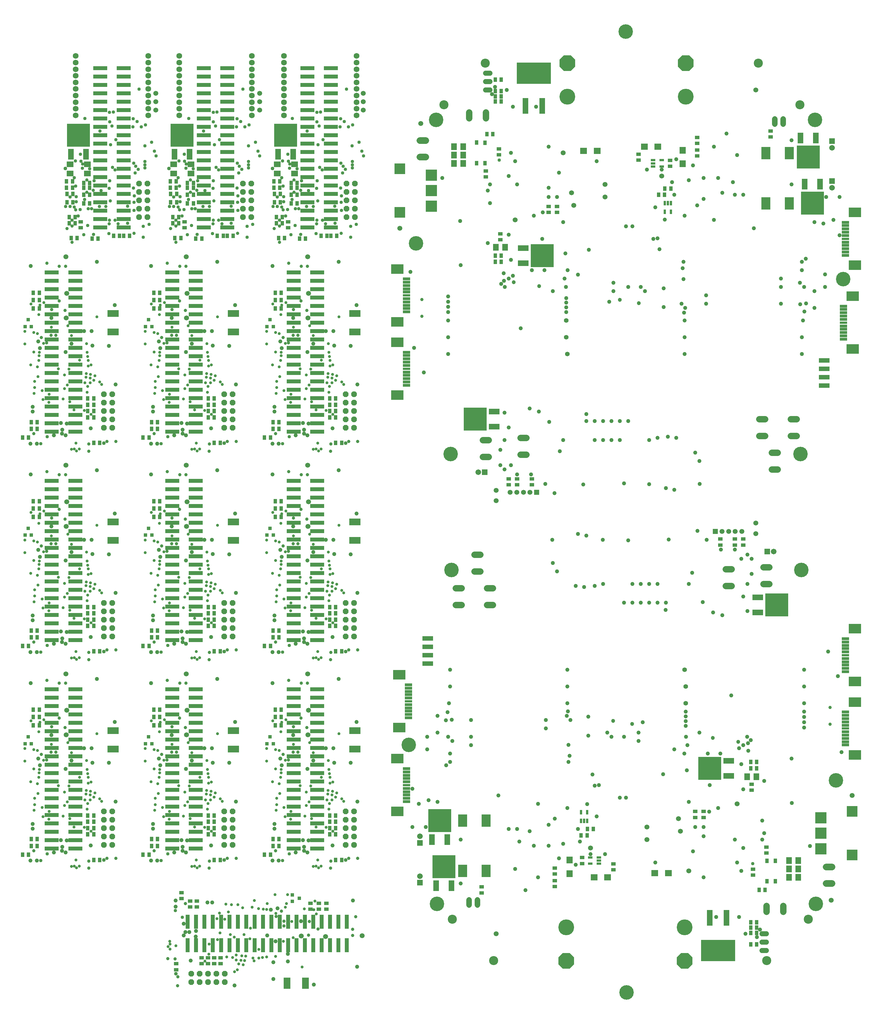
<source format=gbs>
G75*
%MOIN*%
%OFA0B0*%
%FSLAX25Y25*%
%IPPOS*%
%LPD*%
%AMOC8*
5,1,8,0,0,1.08239X$1,22.5*
%
%ADD10R,0.27178X0.27178*%
%ADD11R,0.07099X0.12611*%
%ADD12C,0.05950*%
%ADD13R,0.03950X0.05524*%
%ADD14R,0.07887X0.07099*%
%ADD15R,0.17100X0.04700*%
%ADD16C,0.06800*%
%ADD17OC8,0.06800*%
%ADD18R,0.05524X0.03950*%
%ADD19R,0.03950X0.04343*%
%ADD20R,0.13398X0.07887*%
%ADD21R,0.12611X0.07099*%
%ADD22R,0.07887X0.07493*%
%ADD23C,0.07850*%
%ADD24R,0.05950X0.05950*%
%ADD25R,0.07099X0.07887*%
%ADD26C,0.18900*%
%ADD27OC8,0.18900*%
%ADD28R,0.02965X0.05524*%
%ADD29R,0.05524X0.02965*%
%ADD30C,0.06737*%
%ADD31R,0.06737X0.06737*%
%ADD32R,0.10800X0.14800*%
%ADD33R,0.07493X0.07887*%
%ADD34C,0.07800*%
%ADD35C,0.06800*%
%ADD36R,0.13800X0.13800*%
%ADD37R,0.12611X0.12611*%
%ADD38R,0.40800X0.25800*%
%ADD39R,0.06800X0.18800*%
%ADD40C,0.05950*%
%ADD41R,0.04300X0.05300*%
%ADD42C,0.10800*%
%ADD43R,0.08674X0.03202*%
%ADD44R,0.08674X0.03162*%
%ADD45R,0.14973X0.11351*%
%ADD46R,0.12611X0.05721*%
%ADD47R,0.04343X0.03950*%
%ADD48R,0.04700X0.17100*%
%ADD49R,0.07887X0.13398*%
%ADD50C,0.04000*%
%ADD51C,0.03900*%
%ADD52C,0.04369*%
%ADD53C,0.03581*%
%ADD54C,0.04762*%
%ADD55C,0.04700*%
%ADD56C,0.17300*%
%ADD57C,0.05550*%
D10*
X0527792Y0179450D03*
X0522792Y0234450D03*
X0845292Y0296950D03*
X0925292Y0491950D03*
X0645292Y0908700D03*
X0565292Y0713700D03*
X0339042Y1052200D03*
X0215292Y1052200D03*
X0091542Y1052200D03*
X0962792Y1026200D03*
X0967792Y0971200D03*
D11*
X0976847Y0993838D03*
X0958737Y0993838D03*
X0953737Y1048838D03*
X0971847Y1048838D03*
X0348097Y1029562D03*
X0329987Y1029562D03*
X0224347Y1029562D03*
X0206237Y1029562D03*
X0100597Y1029562D03*
X0082487Y1029562D03*
X0513737Y0211812D03*
X0531847Y0211812D03*
X0536847Y0156812D03*
X0518737Y0156812D03*
D12*
X0590292Y0099450D03*
X0702792Y0201950D03*
X0770292Y0211950D03*
X0770292Y0226950D03*
X0807792Y0236950D03*
X0810292Y0221950D03*
X0820292Y0174450D03*
X0877792Y0254450D03*
X0990292Y0139450D03*
X1015292Y0264450D03*
X0900292Y0576950D03*
X0900292Y0589450D03*
X0883540Y0579450D03*
X0875666Y0579450D03*
X0867792Y0579450D03*
X0859918Y0579450D03*
X0630666Y0626200D03*
X0622792Y0626200D03*
X0614918Y0626200D03*
X0607044Y0626200D03*
X0590292Y0628700D03*
X0590292Y0616200D03*
X0366390Y0614915D03*
X0365617Y0585625D03*
X0365304Y0658438D03*
X0220304Y0658438D03*
X0221390Y0614915D03*
X0220617Y0585625D03*
X0076867Y0585625D03*
X0077640Y0614915D03*
X0076554Y0658438D03*
X0076867Y0834375D03*
X0077640Y0863665D03*
X0076554Y0907187D03*
X0220304Y0907187D03*
X0221390Y0863665D03*
X0220617Y0834375D03*
X0365617Y0834375D03*
X0366390Y0863665D03*
X0365304Y0907187D03*
X0475292Y0941200D03*
X0500292Y1066200D03*
X0431542Y1082200D03*
X0431542Y1092200D03*
X0431542Y1102200D03*
X0307792Y1102200D03*
X0307792Y1092200D03*
X0307792Y1082200D03*
X0184042Y1082200D03*
X0184042Y1092200D03*
X0184042Y1102200D03*
X0612792Y0951200D03*
X0670292Y1031200D03*
X0680292Y0983700D03*
X0682792Y0968700D03*
X0720292Y0978700D03*
X0720292Y0993700D03*
X0787792Y1003700D03*
X0900292Y1106200D03*
X0365304Y0409687D03*
X0366390Y0366165D03*
X0365617Y0336875D03*
X0220617Y0336875D03*
X0221390Y0366165D03*
X0220304Y0409687D03*
X0076554Y0409687D03*
X0077640Y0366165D03*
X0076867Y0336875D03*
X0357467Y0096875D03*
X0386757Y0096102D03*
X0430279Y0097187D03*
D13*
X0405814Y0187710D03*
X0398727Y0187710D03*
X0398535Y0218125D03*
X0391448Y0218125D03*
X0391448Y0225625D03*
X0398535Y0225625D03*
X0398535Y0233125D03*
X0391448Y0233125D03*
X0391448Y0240625D03*
X0398535Y0240625D03*
X0331035Y0212500D03*
X0323948Y0212500D03*
X0323948Y0204375D03*
X0331035Y0204375D03*
X0320827Y0194079D03*
X0313740Y0194079D03*
X0260814Y0187710D03*
X0253727Y0187710D03*
X0253535Y0218125D03*
X0246448Y0218125D03*
X0246448Y0225625D03*
X0253535Y0225625D03*
X0253535Y0233125D03*
X0246448Y0233125D03*
X0246448Y0240625D03*
X0253535Y0240625D03*
X0186035Y0212500D03*
X0178948Y0212500D03*
X0178948Y0204375D03*
X0186035Y0204375D03*
X0175827Y0194079D03*
X0168740Y0194079D03*
X0117064Y0187710D03*
X0109977Y0187710D03*
X0109785Y0218125D03*
X0102698Y0218125D03*
X0102698Y0225625D03*
X0109785Y0225625D03*
X0109785Y0233125D03*
X0102698Y0233125D03*
X0102698Y0240625D03*
X0109785Y0240625D03*
X0042285Y0212500D03*
X0035198Y0212500D03*
X0035198Y0204375D03*
X0042285Y0204375D03*
X0032077Y0194079D03*
X0024990Y0194079D03*
X0037698Y0348125D03*
X0044785Y0348125D03*
X0044785Y0358125D03*
X0037698Y0358125D03*
X0037698Y0366875D03*
X0044785Y0366875D03*
X0032077Y0442829D03*
X0024990Y0442829D03*
X0035198Y0453125D03*
X0042285Y0453125D03*
X0042285Y0461250D03*
X0035198Y0461250D03*
X0102698Y0466875D03*
X0109785Y0466875D03*
X0109785Y0474375D03*
X0102698Y0474375D03*
X0102698Y0481875D03*
X0109785Y0481875D03*
X0109785Y0489375D03*
X0102698Y0489375D03*
X0109977Y0436460D03*
X0117064Y0436460D03*
X0168740Y0442829D03*
X0175827Y0442829D03*
X0178948Y0453125D03*
X0186035Y0453125D03*
X0186035Y0461250D03*
X0178948Y0461250D03*
X0246448Y0466875D03*
X0253535Y0466875D03*
X0253535Y0474375D03*
X0246448Y0474375D03*
X0246448Y0481875D03*
X0253535Y0481875D03*
X0253535Y0489375D03*
X0246448Y0489375D03*
X0253727Y0436460D03*
X0260814Y0436460D03*
X0313740Y0442829D03*
X0320827Y0442829D03*
X0323948Y0453125D03*
X0331035Y0453125D03*
X0331035Y0461250D03*
X0323948Y0461250D03*
X0391448Y0466875D03*
X0398535Y0466875D03*
X0398535Y0474375D03*
X0391448Y0474375D03*
X0391448Y0481875D03*
X0398535Y0481875D03*
X0398535Y0489375D03*
X0391448Y0489375D03*
X0398727Y0436460D03*
X0405814Y0436460D03*
X0333535Y0366875D03*
X0326448Y0366875D03*
X0326448Y0358125D03*
X0333535Y0358125D03*
X0333535Y0348125D03*
X0326448Y0348125D03*
X0188535Y0348125D03*
X0181448Y0348125D03*
X0181448Y0358125D03*
X0188535Y0358125D03*
X0188535Y0366875D03*
X0181448Y0366875D03*
X0181448Y0596875D03*
X0188535Y0596875D03*
X0188535Y0606875D03*
X0181448Y0606875D03*
X0181448Y0615625D03*
X0188535Y0615625D03*
X0175827Y0691579D03*
X0168740Y0691579D03*
X0178948Y0701875D03*
X0186035Y0701875D03*
X0186035Y0710000D03*
X0178948Y0710000D03*
X0117064Y0685210D03*
X0109977Y0685210D03*
X0109785Y0715625D03*
X0102698Y0715625D03*
X0102698Y0723125D03*
X0109785Y0723125D03*
X0109785Y0730625D03*
X0102698Y0730625D03*
X0102698Y0738125D03*
X0109785Y0738125D03*
X0042285Y0710000D03*
X0035198Y0710000D03*
X0035198Y0701875D03*
X0042285Y0701875D03*
X0032077Y0691579D03*
X0024990Y0691579D03*
X0037698Y0615625D03*
X0044785Y0615625D03*
X0044785Y0606875D03*
X0037698Y0606875D03*
X0037698Y0596875D03*
X0044785Y0596875D03*
X0246448Y0715625D03*
X0253535Y0715625D03*
X0253535Y0723125D03*
X0246448Y0723125D03*
X0246448Y0730625D03*
X0253535Y0730625D03*
X0253535Y0738125D03*
X0246448Y0738125D03*
X0253727Y0685210D03*
X0260814Y0685210D03*
X0313740Y0691579D03*
X0320827Y0691579D03*
X0323948Y0701875D03*
X0331035Y0701875D03*
X0331035Y0710000D03*
X0323948Y0710000D03*
X0391448Y0715625D03*
X0398535Y0715625D03*
X0398535Y0723125D03*
X0391448Y0723125D03*
X0391448Y0730625D03*
X0398535Y0730625D03*
X0398535Y0738125D03*
X0391448Y0738125D03*
X0398727Y0685210D03*
X0405814Y0685210D03*
X0333535Y0615625D03*
X0326448Y0615625D03*
X0326448Y0606875D03*
X0333535Y0606875D03*
X0333535Y0596875D03*
X0326448Y0596875D03*
X0326448Y0845625D03*
X0333535Y0845625D03*
X0333535Y0855625D03*
X0326448Y0855625D03*
X0326448Y0864375D03*
X0333535Y0864375D03*
X0330498Y0929700D03*
X0337585Y0929700D03*
X0335085Y0947200D03*
X0327998Y0947200D03*
X0327998Y0954700D03*
X0335085Y0954700D03*
X0345498Y0970950D03*
X0352585Y0970950D03*
X0352561Y0981207D03*
X0345474Y0981207D03*
X0345498Y0989700D03*
X0345498Y0995325D03*
X0352585Y0995325D03*
X0352585Y0989700D03*
X0332585Y0982200D03*
X0325498Y0982200D03*
X0324873Y0989700D03*
X0331960Y0989700D03*
X0331960Y0997200D03*
X0324873Y0997200D03*
X0325498Y0972200D03*
X0332585Y0972200D03*
X0355498Y0929075D03*
X0362585Y0929075D03*
X0381123Y0932200D03*
X0388210Y0932200D03*
X0392998Y0932200D03*
X0400085Y0932200D03*
X0276335Y0932200D03*
X0269248Y0932200D03*
X0264460Y0932200D03*
X0257373Y0932200D03*
X0238835Y0929075D03*
X0231748Y0929075D03*
X0213835Y0929700D03*
X0206748Y0929700D03*
X0204248Y0947200D03*
X0211335Y0947200D03*
X0211335Y0954700D03*
X0204248Y0954700D03*
X0201748Y0972200D03*
X0208835Y0972200D03*
X0208835Y0982200D03*
X0201748Y0982200D03*
X0201123Y0989700D03*
X0208210Y0989700D03*
X0208210Y0997200D03*
X0201123Y0997200D03*
X0221748Y0995325D03*
X0221748Y0989700D03*
X0228835Y0989700D03*
X0228835Y0995325D03*
X0228811Y0981207D03*
X0221724Y0981207D03*
X0221748Y0970950D03*
X0228835Y0970950D03*
X0152585Y0932200D03*
X0145498Y0932200D03*
X0140710Y0932200D03*
X0133623Y0932200D03*
X0115085Y0929075D03*
X0107998Y0929075D03*
X0090085Y0929700D03*
X0082998Y0929700D03*
X0080498Y0947200D03*
X0087585Y0947200D03*
X0087585Y0954700D03*
X0080498Y0954700D03*
X0077998Y0972200D03*
X0085085Y0972200D03*
X0085085Y0982200D03*
X0077998Y0982200D03*
X0077373Y0989700D03*
X0084460Y0989700D03*
X0084460Y0997200D03*
X0077373Y0997200D03*
X0097998Y0995325D03*
X0097998Y0989700D03*
X0105085Y0989700D03*
X0105085Y0995325D03*
X0105061Y0981207D03*
X0097974Y0981207D03*
X0097998Y0970950D03*
X0105085Y0970950D03*
X0044785Y0864375D03*
X0037698Y0864375D03*
X0037698Y0855625D03*
X0044785Y0855625D03*
X0044785Y0845625D03*
X0037698Y0845625D03*
X0181448Y0845625D03*
X0188535Y0845625D03*
X0188535Y0855625D03*
X0181448Y0855625D03*
X0181448Y0864375D03*
X0188535Y0864375D03*
X0579248Y1053700D03*
X0586335Y1053700D03*
X0589248Y1092450D03*
X0589248Y1098700D03*
X0589248Y1104950D03*
X0596335Y1104950D03*
X0596335Y1098700D03*
X0596335Y1092450D03*
X0596335Y1118700D03*
X0589248Y1118700D03*
X0589248Y0908700D03*
X0596335Y0908700D03*
X0596335Y0901200D03*
X0589248Y0901200D03*
X0784248Y0981200D03*
X0791335Y0981200D03*
X0791748Y0988700D03*
X0798835Y0988700D03*
X0894248Y0304450D03*
X0901335Y0304450D03*
X0901335Y0296950D03*
X0894248Y0296950D03*
X0904248Y0151950D03*
X0911335Y0151950D03*
X0901335Y0113200D03*
X0901335Y0106950D03*
X0901335Y0100700D03*
X0894248Y0100700D03*
X0894248Y0106950D03*
X0894248Y0113200D03*
X0894248Y0086950D03*
X0901335Y0086950D03*
X0706335Y0224450D03*
X0699248Y0224450D03*
X0698835Y0216950D03*
X0691748Y0216950D03*
D14*
X0349667Y1006688D03*
X0349667Y1017712D03*
X0329042Y1017712D03*
X0329042Y1006688D03*
X0225917Y1006688D03*
X0225917Y1017712D03*
X0205292Y1017712D03*
X0205292Y1006688D03*
X0102167Y1006688D03*
X0102167Y1017712D03*
X0081542Y1017712D03*
X0081542Y1006688D03*
D15*
X0117492Y1002200D03*
X0117492Y0992200D03*
X0117492Y0982200D03*
X0117492Y0972200D03*
X0117492Y0962200D03*
X0117492Y0952200D03*
X0117492Y0942200D03*
X0145592Y0942200D03*
X0145592Y0952200D03*
X0145592Y0962200D03*
X0145592Y0972200D03*
X0145592Y0982200D03*
X0145592Y0992200D03*
X0145592Y1002200D03*
X0145592Y1012200D03*
X0145592Y1022200D03*
X0145592Y1032200D03*
X0145592Y1042200D03*
X0145592Y1052200D03*
X0145592Y1062200D03*
X0145592Y1072200D03*
X0145592Y1082200D03*
X0145592Y1092200D03*
X0145592Y1102200D03*
X0145592Y1112200D03*
X0145592Y1122200D03*
X0145592Y1132200D03*
X0117492Y1132200D03*
X0117492Y1122200D03*
X0117492Y1112200D03*
X0117492Y1102200D03*
X0117492Y1092200D03*
X0117492Y1082200D03*
X0117492Y1072200D03*
X0117492Y1062200D03*
X0117492Y1052200D03*
X0117492Y1042200D03*
X0117492Y1032200D03*
X0117492Y1022200D03*
X0117492Y1012200D03*
X0087792Y0888750D03*
X0087792Y0878750D03*
X0087792Y0868750D03*
X0087792Y0858750D03*
X0087792Y0848750D03*
X0087792Y0838750D03*
X0087792Y0828750D03*
X0087792Y0818750D03*
X0087792Y0808750D03*
X0087792Y0798750D03*
X0087792Y0788750D03*
X0087792Y0778750D03*
X0087792Y0768750D03*
X0087792Y0758750D03*
X0087792Y0748750D03*
X0087792Y0738750D03*
X0087792Y0728750D03*
X0087792Y0718750D03*
X0087792Y0708750D03*
X0087792Y0698750D03*
X0059692Y0698750D03*
X0059692Y0708750D03*
X0059692Y0718750D03*
X0059692Y0728750D03*
X0059692Y0738750D03*
X0059692Y0748750D03*
X0059692Y0758750D03*
X0059692Y0768750D03*
X0059692Y0778750D03*
X0059692Y0788750D03*
X0059692Y0798750D03*
X0059692Y0808750D03*
X0059692Y0818750D03*
X0059692Y0828750D03*
X0059692Y0838750D03*
X0059692Y0848750D03*
X0059692Y0858750D03*
X0059692Y0868750D03*
X0059692Y0878750D03*
X0059692Y0888750D03*
X0203442Y0888750D03*
X0203442Y0878750D03*
X0203442Y0868750D03*
X0203442Y0858750D03*
X0203442Y0848750D03*
X0203442Y0838750D03*
X0203442Y0828750D03*
X0203442Y0818750D03*
X0203442Y0808750D03*
X0203442Y0798750D03*
X0203442Y0788750D03*
X0203442Y0778750D03*
X0203442Y0768750D03*
X0203442Y0758750D03*
X0203442Y0748750D03*
X0203442Y0738750D03*
X0203442Y0728750D03*
X0203442Y0718750D03*
X0203442Y0708750D03*
X0203442Y0698750D03*
X0231542Y0698750D03*
X0231542Y0708750D03*
X0231542Y0718750D03*
X0231542Y0728750D03*
X0231542Y0738750D03*
X0231542Y0748750D03*
X0231542Y0758750D03*
X0231542Y0768750D03*
X0231542Y0778750D03*
X0231542Y0788750D03*
X0231542Y0798750D03*
X0231542Y0808750D03*
X0231542Y0818750D03*
X0231542Y0828750D03*
X0231542Y0838750D03*
X0231542Y0848750D03*
X0231542Y0858750D03*
X0231542Y0868750D03*
X0231542Y0878750D03*
X0231542Y0888750D03*
X0241242Y0942200D03*
X0241242Y0952200D03*
X0241242Y0962200D03*
X0241242Y0972200D03*
X0241242Y0982200D03*
X0241242Y0992200D03*
X0241242Y1002200D03*
X0241242Y1012200D03*
X0241242Y1022200D03*
X0241242Y1032200D03*
X0241242Y1042200D03*
X0241242Y1052200D03*
X0241242Y1062200D03*
X0241242Y1072200D03*
X0241242Y1082200D03*
X0241242Y1092200D03*
X0241242Y1102200D03*
X0241242Y1112200D03*
X0241242Y1122200D03*
X0241242Y1132200D03*
X0269342Y1132200D03*
X0269342Y1122200D03*
X0269342Y1112200D03*
X0269342Y1102200D03*
X0269342Y1092200D03*
X0269342Y1082200D03*
X0269342Y1072200D03*
X0269342Y1062200D03*
X0269342Y1052200D03*
X0269342Y1042200D03*
X0269342Y1032200D03*
X0269342Y1022200D03*
X0269342Y1012200D03*
X0269342Y1002200D03*
X0269342Y0992200D03*
X0269342Y0982200D03*
X0269342Y0972200D03*
X0269342Y0962200D03*
X0269342Y0952200D03*
X0269342Y0942200D03*
X0348442Y0888750D03*
X0348442Y0878750D03*
X0348442Y0868750D03*
X0348442Y0858750D03*
X0348442Y0848750D03*
X0348442Y0838750D03*
X0348442Y0828750D03*
X0348442Y0818750D03*
X0348442Y0808750D03*
X0348442Y0798750D03*
X0348442Y0788750D03*
X0348442Y0778750D03*
X0348442Y0768750D03*
X0348442Y0758750D03*
X0348442Y0748750D03*
X0348442Y0738750D03*
X0348442Y0728750D03*
X0348442Y0718750D03*
X0348442Y0708750D03*
X0348442Y0698750D03*
X0376542Y0698750D03*
X0376542Y0708750D03*
X0376542Y0718750D03*
X0376542Y0728750D03*
X0376542Y0738750D03*
X0376542Y0748750D03*
X0376542Y0758750D03*
X0376542Y0768750D03*
X0376542Y0778750D03*
X0376542Y0788750D03*
X0376542Y0798750D03*
X0376542Y0808750D03*
X0376542Y0818750D03*
X0376542Y0828750D03*
X0376542Y0838750D03*
X0376542Y0848750D03*
X0376542Y0858750D03*
X0376542Y0868750D03*
X0376542Y0878750D03*
X0376542Y0888750D03*
X0364992Y0942200D03*
X0364992Y0952200D03*
X0364992Y0962200D03*
X0364992Y0972200D03*
X0364992Y0982200D03*
X0364992Y0992200D03*
X0364992Y1002200D03*
X0364992Y1012200D03*
X0364992Y1022200D03*
X0364992Y1032200D03*
X0364992Y1042200D03*
X0364992Y1052200D03*
X0364992Y1062200D03*
X0364992Y1072200D03*
X0364992Y1082200D03*
X0364992Y1092200D03*
X0364992Y1102200D03*
X0364992Y1112200D03*
X0364992Y1122200D03*
X0364992Y1132200D03*
X0393092Y1132200D03*
X0393092Y1122200D03*
X0393092Y1112200D03*
X0393092Y1102200D03*
X0393092Y1092200D03*
X0393092Y1082200D03*
X0393092Y1072200D03*
X0393092Y1062200D03*
X0393092Y1052200D03*
X0393092Y1042200D03*
X0393092Y1032200D03*
X0393092Y1022200D03*
X0393092Y1012200D03*
X0393092Y1002200D03*
X0393092Y0992200D03*
X0393092Y0982200D03*
X0393092Y0972200D03*
X0393092Y0962200D03*
X0393092Y0952200D03*
X0393092Y0942200D03*
X0376542Y0640000D03*
X0376542Y0630000D03*
X0376542Y0620000D03*
X0376542Y0610000D03*
X0376542Y0600000D03*
X0376542Y0590000D03*
X0376542Y0580000D03*
X0376542Y0570000D03*
X0376542Y0560000D03*
X0376542Y0550000D03*
X0376542Y0540000D03*
X0376542Y0530000D03*
X0376542Y0520000D03*
X0376542Y0510000D03*
X0376542Y0500000D03*
X0376542Y0490000D03*
X0376542Y0480000D03*
X0376542Y0470000D03*
X0376542Y0460000D03*
X0376542Y0450000D03*
X0348442Y0450000D03*
X0348442Y0460000D03*
X0348442Y0470000D03*
X0348442Y0480000D03*
X0348442Y0490000D03*
X0348442Y0500000D03*
X0348442Y0510000D03*
X0348442Y0520000D03*
X0348442Y0530000D03*
X0348442Y0540000D03*
X0348442Y0550000D03*
X0348442Y0560000D03*
X0348442Y0570000D03*
X0348442Y0580000D03*
X0348442Y0590000D03*
X0348442Y0600000D03*
X0348442Y0610000D03*
X0348442Y0620000D03*
X0348442Y0630000D03*
X0348442Y0640000D03*
X0231542Y0640000D03*
X0231542Y0630000D03*
X0231542Y0620000D03*
X0231542Y0610000D03*
X0231542Y0600000D03*
X0231542Y0590000D03*
X0231542Y0580000D03*
X0231542Y0570000D03*
X0231542Y0560000D03*
X0231542Y0550000D03*
X0231542Y0540000D03*
X0231542Y0530000D03*
X0231542Y0520000D03*
X0231542Y0510000D03*
X0231542Y0500000D03*
X0231542Y0490000D03*
X0231542Y0480000D03*
X0231542Y0470000D03*
X0231542Y0460000D03*
X0231542Y0450000D03*
X0203442Y0450000D03*
X0203442Y0460000D03*
X0203442Y0470000D03*
X0203442Y0480000D03*
X0203442Y0490000D03*
X0203442Y0500000D03*
X0203442Y0510000D03*
X0203442Y0520000D03*
X0203442Y0530000D03*
X0203442Y0540000D03*
X0203442Y0550000D03*
X0203442Y0560000D03*
X0203442Y0570000D03*
X0203442Y0580000D03*
X0203442Y0590000D03*
X0203442Y0600000D03*
X0203442Y0610000D03*
X0203442Y0620000D03*
X0203442Y0630000D03*
X0203442Y0640000D03*
X0087792Y0640000D03*
X0087792Y0630000D03*
X0087792Y0620000D03*
X0087792Y0610000D03*
X0087792Y0600000D03*
X0087792Y0590000D03*
X0087792Y0580000D03*
X0087792Y0570000D03*
X0087792Y0560000D03*
X0087792Y0550000D03*
X0087792Y0540000D03*
X0087792Y0530000D03*
X0087792Y0520000D03*
X0087792Y0510000D03*
X0087792Y0500000D03*
X0087792Y0490000D03*
X0087792Y0480000D03*
X0087792Y0470000D03*
X0087792Y0460000D03*
X0087792Y0450000D03*
X0059692Y0450000D03*
X0059692Y0460000D03*
X0059692Y0470000D03*
X0059692Y0480000D03*
X0059692Y0490000D03*
X0059692Y0500000D03*
X0059692Y0510000D03*
X0059692Y0520000D03*
X0059692Y0530000D03*
X0059692Y0540000D03*
X0059692Y0550000D03*
X0059692Y0560000D03*
X0059692Y0570000D03*
X0059692Y0580000D03*
X0059692Y0590000D03*
X0059692Y0600000D03*
X0059692Y0610000D03*
X0059692Y0620000D03*
X0059692Y0630000D03*
X0059692Y0640000D03*
X0059692Y0391250D03*
X0059692Y0381250D03*
X0059692Y0371250D03*
X0059692Y0361250D03*
X0059692Y0351250D03*
X0059692Y0341250D03*
X0059692Y0331250D03*
X0059692Y0321250D03*
X0059692Y0311250D03*
X0059692Y0301250D03*
X0059692Y0291250D03*
X0059692Y0281250D03*
X0059692Y0271250D03*
X0059692Y0261250D03*
X0059692Y0251250D03*
X0059692Y0241250D03*
X0059692Y0231250D03*
X0059692Y0221250D03*
X0059692Y0211250D03*
X0059692Y0201250D03*
X0087792Y0201250D03*
X0087792Y0211250D03*
X0087792Y0221250D03*
X0087792Y0231250D03*
X0087792Y0241250D03*
X0087792Y0251250D03*
X0087792Y0261250D03*
X0087792Y0271250D03*
X0087792Y0281250D03*
X0087792Y0291250D03*
X0087792Y0301250D03*
X0087792Y0311250D03*
X0087792Y0321250D03*
X0087792Y0331250D03*
X0087792Y0341250D03*
X0087792Y0351250D03*
X0087792Y0361250D03*
X0087792Y0371250D03*
X0087792Y0381250D03*
X0087792Y0391250D03*
X0203442Y0391250D03*
X0203442Y0381250D03*
X0203442Y0371250D03*
X0203442Y0361250D03*
X0203442Y0351250D03*
X0203442Y0341250D03*
X0203442Y0331250D03*
X0203442Y0321250D03*
X0203442Y0311250D03*
X0203442Y0301250D03*
X0203442Y0291250D03*
X0203442Y0281250D03*
X0203442Y0271250D03*
X0203442Y0261250D03*
X0203442Y0251250D03*
X0203442Y0241250D03*
X0203442Y0231250D03*
X0203442Y0221250D03*
X0203442Y0211250D03*
X0203442Y0201250D03*
X0231542Y0201250D03*
X0231542Y0211250D03*
X0231542Y0221250D03*
X0231542Y0231250D03*
X0231542Y0241250D03*
X0231542Y0251250D03*
X0231542Y0261250D03*
X0231542Y0271250D03*
X0231542Y0281250D03*
X0231542Y0291250D03*
X0231542Y0301250D03*
X0231542Y0311250D03*
X0231542Y0321250D03*
X0231542Y0331250D03*
X0231542Y0341250D03*
X0231542Y0351250D03*
X0231542Y0361250D03*
X0231542Y0371250D03*
X0231542Y0381250D03*
X0231542Y0391250D03*
X0348442Y0391250D03*
X0348442Y0381250D03*
X0348442Y0371250D03*
X0348442Y0361250D03*
X0348442Y0351250D03*
X0348442Y0341250D03*
X0348442Y0331250D03*
X0348442Y0321250D03*
X0348442Y0311250D03*
X0348442Y0301250D03*
X0348442Y0291250D03*
X0348442Y0281250D03*
X0348442Y0271250D03*
X0348442Y0261250D03*
X0348442Y0251250D03*
X0348442Y0241250D03*
X0348442Y0231250D03*
X0348442Y0221250D03*
X0348442Y0211250D03*
X0348442Y0201250D03*
X0376542Y0201250D03*
X0376542Y0211250D03*
X0376542Y0221250D03*
X0376542Y0231250D03*
X0376542Y0241250D03*
X0376542Y0251250D03*
X0376542Y0261250D03*
X0376542Y0271250D03*
X0376542Y0281250D03*
X0376542Y0291250D03*
X0376542Y0301250D03*
X0376542Y0311250D03*
X0376542Y0321250D03*
X0376542Y0331250D03*
X0376542Y0341250D03*
X0376542Y0351250D03*
X0376542Y0361250D03*
X0376542Y0371250D03*
X0376542Y0381250D03*
X0376542Y0391250D03*
D16*
X0336985Y1075960D03*
X0336985Y1083834D03*
X0336985Y1091708D03*
X0336985Y1099582D03*
X0336985Y1107456D03*
X0336985Y1115330D03*
X0336985Y1123204D03*
X0336985Y1131078D03*
X0336985Y1138952D03*
X0336985Y1146826D03*
X0298599Y1146826D03*
X0298599Y1138952D03*
X0298599Y1131078D03*
X0298599Y1123204D03*
X0298599Y1115330D03*
X0298599Y1107456D03*
X0298599Y1099582D03*
X0298599Y1091708D03*
X0298599Y1083834D03*
X0298599Y1075960D03*
X0211985Y1075960D03*
X0211985Y1083834D03*
X0211985Y1091708D03*
X0211985Y1099582D03*
X0211985Y1107456D03*
X0211985Y1115330D03*
X0211985Y1123204D03*
X0211985Y1131078D03*
X0211985Y1138952D03*
X0211985Y1146826D03*
X0174849Y1146826D03*
X0174849Y1138952D03*
X0174849Y1131078D03*
X0174849Y1123204D03*
X0174849Y1115330D03*
X0174849Y1107456D03*
X0174849Y1099582D03*
X0174849Y1091708D03*
X0174849Y1083834D03*
X0174849Y1075960D03*
X0088235Y1075960D03*
X0088235Y1083834D03*
X0088235Y1091708D03*
X0088235Y1099582D03*
X0088235Y1107456D03*
X0088235Y1115330D03*
X0088235Y1123204D03*
X0088235Y1131078D03*
X0088235Y1138952D03*
X0088235Y1146826D03*
X0423599Y1146826D03*
X0423599Y1138952D03*
X0423599Y1131078D03*
X0423599Y1123204D03*
X0423599Y1115330D03*
X0423599Y1107456D03*
X0423599Y1099582D03*
X0423599Y1091708D03*
X0423599Y1083834D03*
X0423599Y1075960D03*
D17*
X0421542Y0994700D03*
X0421542Y0984700D03*
X0421542Y0974700D03*
X0421542Y0964700D03*
X0421542Y0954700D03*
X0411542Y0954700D03*
X0411542Y0964700D03*
X0411542Y0974700D03*
X0411542Y0984700D03*
X0411542Y0994700D03*
X0297792Y0994700D03*
X0297792Y0984700D03*
X0297792Y0974700D03*
X0297792Y0964700D03*
X0297792Y0954700D03*
X0287792Y0954700D03*
X0287792Y0964700D03*
X0287792Y0974700D03*
X0287792Y0984700D03*
X0287792Y0994700D03*
X0174042Y0994700D03*
X0174042Y0984700D03*
X0174042Y0974700D03*
X0174042Y0964700D03*
X0174042Y0954700D03*
X0164042Y0954700D03*
X0164042Y0964700D03*
X0164042Y0974700D03*
X0164042Y0984700D03*
X0164042Y0994700D03*
X0131867Y0743125D03*
X0131867Y0733125D03*
X0131867Y0723125D03*
X0131867Y0713125D03*
X0131867Y0703125D03*
X0121867Y0703125D03*
X0121867Y0713125D03*
X0121867Y0723125D03*
X0121867Y0733125D03*
X0121867Y0743125D03*
X0265617Y0743125D03*
X0275617Y0743125D03*
X0275617Y0733125D03*
X0275617Y0723125D03*
X0275617Y0713125D03*
X0275617Y0703125D03*
X0265617Y0703125D03*
X0265617Y0713125D03*
X0265617Y0723125D03*
X0265617Y0733125D03*
X0410617Y0733125D03*
X0420617Y0733125D03*
X0420617Y0743125D03*
X0410617Y0743125D03*
X0410617Y0723125D03*
X0420617Y0723125D03*
X0420617Y0713125D03*
X0420617Y0703125D03*
X0410617Y0703125D03*
X0410617Y0713125D03*
X0410617Y0494375D03*
X0420617Y0494375D03*
X0420617Y0484375D03*
X0420617Y0474375D03*
X0420617Y0464375D03*
X0420617Y0454375D03*
X0410617Y0454375D03*
X0410617Y0464375D03*
X0410617Y0474375D03*
X0410617Y0484375D03*
X0275617Y0484375D03*
X0275617Y0474375D03*
X0275617Y0464375D03*
X0275617Y0454375D03*
X0265617Y0454375D03*
X0265617Y0464375D03*
X0265617Y0474375D03*
X0265617Y0484375D03*
X0265617Y0494375D03*
X0275617Y0494375D03*
X0131867Y0494375D03*
X0131867Y0484375D03*
X0131867Y0474375D03*
X0131867Y0464375D03*
X0131867Y0454375D03*
X0121867Y0454375D03*
X0121867Y0464375D03*
X0121867Y0474375D03*
X0121867Y0484375D03*
X0121867Y0494375D03*
X0121867Y0245625D03*
X0131867Y0245625D03*
X0131867Y0235625D03*
X0131867Y0225625D03*
X0131867Y0215625D03*
X0131867Y0205625D03*
X0121867Y0205625D03*
X0121867Y0215625D03*
X0121867Y0225625D03*
X0121867Y0235625D03*
X0265617Y0235625D03*
X0275617Y0235625D03*
X0275617Y0225625D03*
X0275617Y0215625D03*
X0275617Y0205625D03*
X0265617Y0205625D03*
X0265617Y0215625D03*
X0265617Y0225625D03*
X0265617Y0245625D03*
X0275617Y0245625D03*
X0410617Y0245625D03*
X0420617Y0245625D03*
X0420617Y0235625D03*
X0420617Y0225625D03*
X0420617Y0215625D03*
X0420617Y0205625D03*
X0410617Y0205625D03*
X0410617Y0215625D03*
X0410617Y0225625D03*
X0410617Y0235625D03*
X0266217Y0051875D03*
X0266217Y0041875D03*
X0256217Y0041875D03*
X0256217Y0051875D03*
X0246217Y0051875D03*
X0246217Y0041875D03*
X0236217Y0041875D03*
X0236217Y0051875D03*
X0226217Y0051875D03*
X0226217Y0041875D03*
D18*
X0208302Y0056678D03*
X0208302Y0063765D03*
X0238717Y0063957D03*
X0238717Y0071043D03*
X0246217Y0071043D03*
X0246217Y0063957D03*
X0253717Y0063957D03*
X0253717Y0071043D03*
X0261217Y0071043D03*
X0261217Y0063957D03*
X0233092Y0131457D03*
X0233092Y0138543D03*
X0224967Y0138543D03*
X0224967Y0131457D03*
X0214671Y0141665D03*
X0214671Y0148751D03*
X0368717Y0136043D03*
X0368717Y0128957D03*
X0378717Y0128957D03*
X0378717Y0136043D03*
X0387467Y0136043D03*
X0387467Y0128957D03*
X0572792Y0148407D03*
X0572792Y0155493D03*
X0660292Y0155907D03*
X0660292Y0162993D03*
X0660292Y0170907D03*
X0660292Y0177993D03*
X0692792Y0183407D03*
X0692792Y0190493D03*
X0730292Y0182993D03*
X0730292Y0175907D03*
X0827792Y0238407D03*
X0827792Y0245493D03*
X0837792Y0245493D03*
X0837792Y0238407D03*
X0895292Y0270907D03*
X0895292Y0277993D03*
X0912792Y0202993D03*
X0912792Y0195907D03*
X0897092Y0176693D03*
X0897092Y0169607D03*
X0885292Y0563407D03*
X0885292Y0570493D03*
X0875292Y0570493D03*
X0875292Y0563407D03*
X0857792Y0563407D03*
X0857792Y0570493D03*
X0632792Y0635157D03*
X0632792Y0642243D03*
X0615292Y0642243D03*
X0615292Y0635157D03*
X0605292Y0635157D03*
X0605292Y0642243D03*
X0595292Y0927657D03*
X0595292Y0934743D03*
X0652792Y0960157D03*
X0652792Y0967243D03*
X0662792Y0967243D03*
X0662792Y0960157D03*
X0593492Y1028957D03*
X0593492Y1036043D03*
X0577792Y1009743D03*
X0577792Y1002657D03*
X0760292Y1022657D03*
X0760292Y1029743D03*
X0797792Y1022243D03*
X0797792Y1015157D03*
X0830292Y1027657D03*
X0830292Y1034743D03*
X0830292Y1042657D03*
X0830292Y1049743D03*
X0917792Y1050157D03*
X0917792Y1057243D03*
X0341874Y0948887D03*
X0341874Y0941800D03*
X0218124Y0941800D03*
X0218124Y0948887D03*
X0094374Y0948887D03*
X0094374Y0941800D03*
D19*
X0031645Y0832128D03*
X0027905Y0823861D03*
X0035385Y0823861D03*
X0171655Y0823861D03*
X0179135Y0823861D03*
X0175395Y0832128D03*
X0316655Y0823861D03*
X0324135Y0823861D03*
X0320395Y0832128D03*
X0320395Y0583378D03*
X0316655Y0575111D03*
X0324135Y0575111D03*
X0179135Y0575111D03*
X0171655Y0575111D03*
X0175395Y0583378D03*
X0035385Y0575111D03*
X0027905Y0575111D03*
X0031645Y0583378D03*
X0031645Y0334628D03*
X0027905Y0326361D03*
X0035385Y0326361D03*
X0171655Y0326361D03*
X0179135Y0326361D03*
X0175395Y0334628D03*
X0316655Y0326361D03*
X0324135Y0326361D03*
X0320395Y0334628D03*
D20*
X0276754Y0342076D03*
X0276754Y0320029D03*
X0133004Y0320029D03*
X0133004Y0342076D03*
X0133004Y0568779D03*
X0133004Y0590826D03*
X0276754Y0590826D03*
X0276754Y0568779D03*
X0421754Y0568779D03*
X0421754Y0590826D03*
X0421754Y0817529D03*
X0421754Y0839576D03*
X0276754Y0839576D03*
X0276754Y0817529D03*
X0133004Y0817529D03*
X0133004Y0839576D03*
X0421754Y0342076D03*
X0421754Y0320029D03*
D21*
X0587929Y0704645D03*
X0587929Y0722755D03*
X0622654Y0899645D03*
X0622654Y0917755D03*
X0902654Y0501005D03*
X0902654Y0482895D03*
X0867929Y0306005D03*
X0867929Y0287895D03*
D22*
X0795863Y0171950D03*
X0779721Y0171950D03*
X0723363Y0166950D03*
X0707221Y0166950D03*
X0710863Y1033700D03*
X0694721Y1033700D03*
X0767221Y1038700D03*
X0783363Y1038700D03*
D23*
X0506317Y1046043D02*
X0499267Y1046043D01*
X0499267Y1026357D02*
X0506317Y1026357D01*
X0984267Y0179293D02*
X0991317Y0179293D01*
X0991317Y0159607D02*
X0984267Y0159607D01*
D24*
X0852044Y0579450D03*
X0638540Y0626200D03*
D25*
X0600803Y0918700D03*
X0589780Y0918700D03*
X0550803Y1018700D03*
X0550803Y1028700D03*
X0550803Y1038700D03*
X0539780Y1038700D03*
X0539780Y1028700D03*
X0539780Y1018700D03*
X0889780Y0286950D03*
X0900803Y0286950D03*
X0939780Y0186950D03*
X0939780Y0176950D03*
X0939780Y0166950D03*
X0950803Y0166950D03*
X0950803Y0176950D03*
X0950803Y0186950D03*
D26*
X0815370Y0107324D03*
X0674032Y0107324D03*
X0675213Y1098326D03*
X0816552Y1098326D03*
D27*
X0816552Y1138326D03*
X0675213Y1138326D03*
X0674032Y0067324D03*
X0815370Y0067324D03*
D28*
X0699032Y0234331D03*
X0695292Y0234331D03*
X0691552Y0234331D03*
X0691552Y0244569D03*
X0699032Y0244569D03*
X0791552Y0961081D03*
X0799032Y0961081D03*
X0799032Y0971319D03*
X0795292Y0971319D03*
X0791552Y0971319D03*
D29*
X0787910Y1014960D03*
X0787910Y1022440D03*
X0777673Y1022440D03*
X0777673Y1018700D03*
X0777673Y1014960D03*
X0712910Y0190690D03*
X0712910Y0186950D03*
X0712910Y0183210D03*
X0702673Y0183210D03*
X0702673Y0190690D03*
D30*
X0499229Y0168387D03*
X0499229Y0215887D03*
X0568855Y0650137D03*
X0921729Y0555513D03*
X0991355Y0989763D03*
X0991355Y1037263D03*
D31*
X0991355Y1045137D03*
X0991355Y0997637D03*
X0913855Y0555513D03*
X0576729Y0650137D03*
X0499229Y0208013D03*
X0499229Y0160513D03*
D32*
X0550292Y0174700D03*
X0578292Y0174700D03*
X0578292Y0234700D03*
X0550292Y0234700D03*
X0912292Y0970950D03*
X0940292Y0970950D03*
X0940292Y1030950D03*
X0912292Y1030950D03*
D33*
X0812792Y1034271D03*
X0812792Y1018129D03*
X0677792Y0187521D03*
X0677792Y0171379D03*
D34*
X0912792Y0132950D02*
X0912792Y0125950D01*
X0932792Y0125950D02*
X0932792Y0132950D01*
X0871292Y0514450D02*
X0864292Y0514450D01*
X0864292Y0534450D02*
X0871292Y0534450D01*
X0909292Y0536950D02*
X0916292Y0536950D01*
X0916292Y0516950D02*
X0909292Y0516950D01*
X0919292Y0653700D02*
X0926292Y0653700D01*
X0926292Y0673700D02*
X0919292Y0673700D01*
X0911292Y0693700D02*
X0904292Y0693700D01*
X0904292Y0713700D02*
X0911292Y0713700D01*
X0941792Y0713700D02*
X0948792Y0713700D01*
X0948792Y0693700D02*
X0941792Y0693700D01*
X0626292Y0691200D02*
X0619292Y0691200D01*
X0619292Y0671200D02*
X0626292Y0671200D01*
X0581292Y0668700D02*
X0574292Y0668700D01*
X0574292Y0688700D02*
X0581292Y0688700D01*
X0571292Y0551950D02*
X0564292Y0551950D01*
X0564292Y0531950D02*
X0571292Y0531950D01*
X0579292Y0511950D02*
X0586292Y0511950D01*
X0586292Y0491950D02*
X0579292Y0491950D01*
X0548792Y0491950D02*
X0541792Y0491950D01*
X0541792Y0511950D02*
X0548792Y0511950D01*
X0557792Y1072700D02*
X0557792Y1079700D01*
X0577792Y1079700D02*
X0577792Y1072700D01*
D35*
X0922792Y1071700D02*
X0922792Y1065700D01*
X0932792Y1065700D02*
X0932792Y1071700D01*
X0567792Y0139950D02*
X0567792Y0133950D01*
X0557792Y0133950D02*
X0557792Y0139950D01*
D36*
X0977792Y0200950D03*
X0977792Y0219450D03*
X0977792Y0237950D03*
X0512792Y0967700D03*
X0512792Y0986200D03*
X0512792Y1004700D03*
D37*
X0475292Y1012200D03*
X0475292Y0960200D03*
X1015292Y0245450D03*
X1015292Y0193450D03*
D38*
X0855292Y0079450D03*
X0635292Y1126200D03*
D39*
X0645292Y1087200D03*
X0625292Y1087200D03*
X0845292Y0118450D03*
X0865292Y0118450D03*
D40*
X0907717Y0099450D02*
X0912866Y0099450D01*
X0912866Y0089450D02*
X0907717Y0089450D01*
X0907717Y0079450D02*
X0912866Y0079450D01*
X0582866Y1106200D02*
X0577717Y1106200D01*
X0577717Y1116200D02*
X0582866Y1116200D01*
X0582866Y1126200D02*
X0577717Y1126200D01*
D41*
X0577092Y1043400D03*
X0567092Y1043500D03*
X0567092Y1018900D03*
X0577092Y1018900D03*
X0913492Y0186750D03*
X0923492Y0186750D03*
X0923492Y0162150D03*
X0913492Y0162250D03*
D42*
X0962792Y0116950D03*
X0913294Y0067453D03*
X0587289Y0067453D03*
X0537792Y0116950D03*
X0527792Y1088700D03*
X0577289Y1138197D03*
X0903294Y1138197D03*
X0952792Y1088700D03*
D43*
X1007418Y0948385D03*
X1007418Y0944448D03*
X1007418Y0940511D03*
X1007418Y0936574D03*
X1007418Y0932637D03*
X1007418Y0924763D03*
X1007418Y0920826D03*
X1007418Y0916889D03*
X1007418Y0912952D03*
X1007418Y0909015D03*
X1004918Y0848385D03*
X1004918Y0844448D03*
X1004918Y0840511D03*
X1004918Y0836574D03*
X1004918Y0832637D03*
X1004918Y0824763D03*
X1004918Y0820826D03*
X1004918Y0816889D03*
X1004918Y0812952D03*
X1004918Y0809015D03*
X1007418Y0451635D03*
X1007418Y0447698D03*
X1007418Y0443761D03*
X1007418Y0439824D03*
X1007418Y0435887D03*
X1007418Y0428013D03*
X1007418Y0424076D03*
X1007418Y0420139D03*
X1007418Y0416202D03*
X1007418Y0412265D03*
X1007418Y0364135D03*
X1007418Y0360198D03*
X1007418Y0356261D03*
X1007418Y0352324D03*
X1007418Y0348387D03*
X1007418Y0340513D03*
X1007418Y0336576D03*
X1007418Y0332639D03*
X1007418Y0328702D03*
X1007418Y0324765D03*
X0485666Y0357265D03*
X0485666Y0361202D03*
X0485666Y0365139D03*
X0485666Y0369076D03*
X0485666Y0373013D03*
X0485666Y0380887D03*
X0485666Y0384824D03*
X0485666Y0388761D03*
X0485666Y0392698D03*
X0485666Y0396635D03*
X0483166Y0296635D03*
X0483166Y0292698D03*
X0483166Y0288761D03*
X0483166Y0284824D03*
X0483166Y0280887D03*
X0483166Y0273013D03*
X0483166Y0269076D03*
X0483166Y0265139D03*
X0483166Y0261202D03*
X0483166Y0257265D03*
X0483166Y0754015D03*
X0483166Y0757952D03*
X0483166Y0761889D03*
X0483166Y0765826D03*
X0483166Y0769763D03*
X0483166Y0777637D03*
X0483166Y0781574D03*
X0483166Y0785511D03*
X0483166Y0789448D03*
X0483166Y0793385D03*
X0483166Y0841515D03*
X0483166Y0845452D03*
X0483166Y0849389D03*
X0483166Y0853326D03*
X0483166Y0857263D03*
X0483166Y0865137D03*
X0483166Y0869074D03*
X0483166Y0873011D03*
X0483166Y0876948D03*
X0483166Y0880885D03*
D44*
X0483166Y0861200D03*
X0483166Y0773700D03*
X0485666Y0376950D03*
X0483166Y0276950D03*
X1007418Y0344450D03*
X1007418Y0431950D03*
X1004918Y0828700D03*
X1007418Y0928700D03*
D45*
X1018441Y0897204D03*
X1015941Y0860196D03*
X1015941Y0797204D03*
X1018441Y0960196D03*
X1018441Y0463446D03*
X1018441Y0400454D03*
X1018441Y0375946D03*
X1018441Y0312954D03*
X0474642Y0345454D03*
X0472142Y0308446D03*
X0472142Y0245454D03*
X0474642Y0408446D03*
X0472142Y0742204D03*
X0472142Y0805196D03*
X0472142Y0829704D03*
X0472142Y0892696D03*
D46*
X0508737Y0451950D03*
X0508737Y0441950D03*
X0508737Y0431950D03*
X0508737Y0421950D03*
X0981847Y0753700D03*
X0981847Y0763700D03*
X0981847Y0773700D03*
X0981847Y0783700D03*
D47*
X0355220Y0142096D03*
X0346952Y0138356D03*
X0346952Y0145837D03*
D48*
X0351842Y0114050D03*
X0361842Y0114050D03*
X0371842Y0114050D03*
X0381842Y0114050D03*
X0391842Y0114050D03*
X0401842Y0114050D03*
X0411842Y0114050D03*
X0411842Y0085950D03*
X0401842Y0085950D03*
X0391842Y0085950D03*
X0381842Y0085950D03*
X0371842Y0085950D03*
X0361842Y0085950D03*
X0351842Y0085950D03*
X0341842Y0085950D03*
X0331842Y0085950D03*
X0321842Y0085950D03*
X0311842Y0085950D03*
X0301842Y0085950D03*
X0291842Y0085950D03*
X0281842Y0085950D03*
X0271842Y0085950D03*
X0261842Y0085950D03*
X0251842Y0085950D03*
X0241842Y0085950D03*
X0231842Y0085950D03*
X0221842Y0085950D03*
X0221842Y0114050D03*
X0231842Y0114050D03*
X0241842Y0114050D03*
X0251842Y0114050D03*
X0261842Y0114050D03*
X0271842Y0114050D03*
X0281842Y0114050D03*
X0291842Y0114050D03*
X0301842Y0114050D03*
X0311842Y0114050D03*
X0321842Y0114050D03*
X0331842Y0114050D03*
X0341842Y0114050D03*
D49*
X0340621Y0040737D03*
X0362668Y0040737D03*
D50*
X0335199Y0186774D03*
X0343143Y0194999D03*
X0215590Y0119349D03*
X0207366Y0127292D03*
X0190199Y0186774D03*
X0198143Y0194999D03*
X0054393Y0194999D03*
X0046449Y0186774D03*
X0046449Y0435524D03*
X0054393Y0443749D03*
X0190199Y0435524D03*
X0198143Y0443749D03*
X0335199Y0435524D03*
X0343143Y0443749D03*
X0335199Y0684274D03*
X0343143Y0692499D03*
X0198143Y0692499D03*
X0190199Y0684274D03*
X0054393Y0692499D03*
X0046449Y0684274D03*
X0097792Y0933450D03*
X0109506Y0933906D03*
X0102704Y0944732D03*
X0091381Y0955958D03*
X0093729Y0963450D03*
X0103203Y0964528D03*
X0107116Y0964525D03*
X0116542Y0967200D03*
X0118768Y0986419D03*
X0128412Y0988842D03*
X0129015Y0997895D03*
X0135128Y1010940D03*
X0132167Y1014075D03*
X0130090Y1041017D03*
X0136228Y1047068D03*
X0131542Y1063138D03*
X0128858Y1068326D03*
X0128753Y1079722D03*
X0133183Y1079805D03*
X0117167Y1057200D03*
X0099370Y1072154D03*
X0094042Y1029700D03*
X0094667Y1021262D03*
X0096542Y1017825D03*
X0096229Y1012825D03*
X0104979Y1012200D03*
X0110308Y0997841D03*
X0088417Y0991575D03*
X0086772Y1001671D03*
X0087792Y1021575D03*
X0089042Y0979075D03*
X0089042Y0972825D03*
X0081542Y0967200D03*
X0076420Y0967200D03*
X0081542Y0978450D03*
X0099042Y0975637D03*
X0127792Y0935012D03*
X0150292Y0947200D03*
X0158066Y0962454D03*
X0150265Y0967602D03*
X0157792Y0972200D03*
X0158253Y0980032D03*
X0157167Y0989387D03*
X0159282Y1007116D03*
X0162792Y1011749D03*
X0159971Y1015227D03*
X0157571Y1018853D03*
X0170981Y1017097D03*
X0171005Y1020974D03*
X0170981Y1013179D03*
X0184318Y1027756D03*
X0182347Y1033339D03*
X0179042Y1044075D03*
X0170917Y1039700D03*
X0166542Y1062200D03*
X0171542Y1064700D03*
X0161542Y1068450D03*
X0157052Y1071913D03*
X0156542Y1062200D03*
X0164042Y1107200D03*
X0223120Y1072154D03*
X0240917Y1057200D03*
X0255292Y1063138D03*
X0252608Y1068326D03*
X0252503Y1079722D03*
X0256933Y1079805D03*
X0280292Y1062200D03*
X0285292Y1068450D03*
X0280802Y1071913D03*
X0290292Y1062200D03*
X0295292Y1064700D03*
X0302792Y1044075D03*
X0294667Y1039700D03*
X0306097Y1033339D03*
X0308068Y1027756D03*
X0294755Y1020974D03*
X0294731Y1017097D03*
X0294731Y1013179D03*
X0286542Y1011749D03*
X0283721Y1015227D03*
X0281321Y1018853D03*
X0283032Y1007116D03*
X0280917Y0989387D03*
X0282003Y0980032D03*
X0281542Y0972200D03*
X0274015Y0967602D03*
X0281816Y0962454D03*
X0274042Y0947200D03*
X0292792Y0943450D03*
X0299667Y0945950D03*
X0292799Y0930452D03*
X0323920Y0967200D03*
X0329042Y0967200D03*
X0336542Y0972825D03*
X0336542Y0979075D03*
X0329042Y0978450D03*
X0335917Y0991575D03*
X0334272Y1001671D03*
X0343729Y1012825D03*
X0344042Y1017825D03*
X0342167Y1021262D03*
X0335292Y1021575D03*
X0341542Y1029700D03*
X0352479Y1012200D03*
X0357808Y0997841D03*
X0366268Y0986419D03*
X0375912Y0988842D03*
X0376515Y0997895D03*
X0382628Y1010940D03*
X0379667Y1014075D03*
X0405071Y1018853D03*
X0407471Y1015227D03*
X0410292Y1011749D03*
X0406782Y1007116D03*
X0418481Y1013179D03*
X0418481Y1017097D03*
X0418505Y1020974D03*
X0431818Y1027756D03*
X0429847Y1033339D03*
X0426542Y1044075D03*
X0418417Y1039700D03*
X0414042Y1062200D03*
X0419042Y1064700D03*
X0409042Y1068450D03*
X0404552Y1071913D03*
X0404042Y1062200D03*
X0379042Y1063138D03*
X0376358Y1068326D03*
X0376253Y1079722D03*
X0380683Y1079805D03*
X0364667Y1057200D03*
X0383728Y1047068D03*
X0377590Y1041017D03*
X0346870Y1072154D03*
X0287792Y1107200D03*
X0259978Y1047068D03*
X0253840Y1041017D03*
X0255917Y1014075D03*
X0258878Y1010940D03*
X0252765Y0997895D03*
X0252162Y0988842D03*
X0242518Y0986419D03*
X0234058Y0997841D03*
X0228729Y1012200D03*
X0219979Y1012825D03*
X0220292Y1017825D03*
X0218417Y1021262D03*
X0211542Y1021575D03*
X0217792Y1029700D03*
X0210522Y1001671D03*
X0212167Y0991575D03*
X0212792Y0979075D03*
X0212792Y0972825D03*
X0205292Y0967200D03*
X0200170Y0967200D03*
X0205292Y0978450D03*
X0217479Y0963450D03*
X0215131Y0955958D03*
X0226953Y0964528D03*
X0230866Y0964525D03*
X0240292Y0967200D03*
X0222792Y0975637D03*
X0226454Y0944732D03*
X0221542Y0933450D03*
X0233256Y0933906D03*
X0251542Y0935012D03*
X0175917Y0945950D03*
X0169042Y0943450D03*
X0169049Y0930452D03*
X0338881Y0955958D03*
X0341229Y0963450D03*
X0350703Y0964528D03*
X0354616Y0964525D03*
X0364042Y0967200D03*
X0346542Y0975637D03*
X0350204Y0944732D03*
X0345292Y0933450D03*
X0357006Y0933906D03*
X0375292Y0935012D03*
X0397792Y0947200D03*
X0405566Y0962454D03*
X0397765Y0967602D03*
X0405292Y0972200D03*
X0405753Y0980032D03*
X0404667Y0989387D03*
X0423417Y0945950D03*
X0416542Y0943450D03*
X0416549Y0930452D03*
X0411542Y1107200D03*
X0593892Y1022500D03*
X0896692Y0183150D03*
D51*
X0989042Y0349450D03*
X0989042Y0369450D03*
X0501542Y0836200D03*
X0501542Y0856200D03*
X0405292Y0935325D03*
X0386542Y0946575D03*
X0382802Y0951015D03*
X0376226Y0950950D03*
X0375917Y0946575D03*
X0371854Y0967200D03*
X0377167Y0974075D03*
X0356854Y0986575D03*
X0349024Y0984420D03*
X0348979Y0998791D03*
X0334226Y0966471D03*
X0335917Y0963137D03*
X0331542Y0950950D03*
X0331555Y0943925D03*
X0325292Y0940950D03*
X0331542Y0924700D03*
X0342531Y0899556D03*
X0357492Y0896000D03*
X0364992Y0896000D03*
X0357303Y0854553D03*
X0350231Y0848733D03*
X0348242Y0844250D03*
X0364399Y0843136D03*
X0353492Y0813750D03*
X0347789Y0813763D03*
X0342253Y0804544D03*
X0335992Y0811000D03*
X0326867Y0696250D03*
X0342531Y0650806D03*
X0357492Y0647250D03*
X0364992Y0647250D03*
X0392699Y0675309D03*
X0392804Y0683866D03*
X0414230Y0687034D03*
X0424975Y0686996D03*
X0357303Y0605803D03*
X0350231Y0599983D03*
X0348242Y0595500D03*
X0364399Y0594386D03*
X0353492Y0565000D03*
X0347789Y0565013D03*
X0342253Y0555794D03*
X0335992Y0562250D03*
X0326867Y0447500D03*
X0342531Y0402056D03*
X0357492Y0398500D03*
X0364992Y0398500D03*
X0392699Y0426559D03*
X0392804Y0435116D03*
X0414230Y0438284D03*
X0424975Y0438246D03*
X0357303Y0357053D03*
X0350231Y0351233D03*
X0348242Y0346750D03*
X0364399Y0345636D03*
X0353492Y0316250D03*
X0347789Y0316263D03*
X0342253Y0307044D03*
X0335992Y0313500D03*
X0247699Y0426559D03*
X0247804Y0435116D03*
X0269230Y0438284D03*
X0279975Y0438246D03*
X0219992Y0398500D03*
X0212492Y0398500D03*
X0197531Y0402056D03*
X0212303Y0357053D03*
X0205231Y0351233D03*
X0203242Y0346750D03*
X0219399Y0345636D03*
X0208492Y0316250D03*
X0202789Y0316263D03*
X0197253Y0307044D03*
X0190992Y0313500D03*
X0103949Y0426559D03*
X0104054Y0435116D03*
X0125480Y0438284D03*
X0136225Y0438246D03*
X0181867Y0447500D03*
X0197253Y0555794D03*
X0190992Y0562250D03*
X0202789Y0565013D03*
X0208492Y0565000D03*
X0203242Y0595500D03*
X0205231Y0599983D03*
X0212303Y0605803D03*
X0219399Y0594386D03*
X0219992Y0647250D03*
X0212492Y0647250D03*
X0197531Y0650806D03*
X0181867Y0696250D03*
X0136225Y0686996D03*
X0125480Y0687034D03*
X0104054Y0683866D03*
X0103949Y0675309D03*
X0076242Y0647250D03*
X0068742Y0647250D03*
X0053781Y0650806D03*
X0068553Y0605803D03*
X0061481Y0599983D03*
X0059492Y0595500D03*
X0075649Y0594386D03*
X0064742Y0565000D03*
X0059039Y0565013D03*
X0053503Y0555794D03*
X0047242Y0562250D03*
X0038117Y0447500D03*
X0053781Y0402056D03*
X0068742Y0398500D03*
X0076242Y0398500D03*
X0068553Y0357053D03*
X0061481Y0351233D03*
X0059492Y0346750D03*
X0075649Y0345636D03*
X0064742Y0316250D03*
X0059039Y0316263D03*
X0053503Y0307044D03*
X0047242Y0313500D03*
X0038117Y0198750D03*
X0104054Y0186366D03*
X0103949Y0177809D03*
X0125480Y0189534D03*
X0136225Y0189496D03*
X0181867Y0198750D03*
X0219342Y0135625D03*
X0247699Y0177809D03*
X0247804Y0186366D03*
X0269230Y0189534D03*
X0279975Y0189496D03*
X0326867Y0198750D03*
X0392804Y0186366D03*
X0392699Y0177809D03*
X0414230Y0189534D03*
X0424975Y0189496D03*
X0422647Y0119960D03*
X0419092Y0105000D03*
X0419092Y0097500D03*
X0377644Y0105189D03*
X0371824Y0112261D03*
X0367342Y0114250D03*
X0366228Y0098092D03*
X0336842Y0109000D03*
X0336855Y0114702D03*
X0327636Y0120239D03*
X0334092Y0126500D03*
X0210126Y0048262D03*
X0210087Y0037517D03*
X0206957Y0069688D03*
X0198401Y0069793D03*
X0247699Y0675309D03*
X0247804Y0683866D03*
X0269230Y0687034D03*
X0279975Y0686996D03*
X0197253Y0804544D03*
X0190992Y0811000D03*
X0202789Y0813763D03*
X0208492Y0813750D03*
X0203242Y0844250D03*
X0205231Y0848733D03*
X0212303Y0854553D03*
X0219399Y0843136D03*
X0219992Y0896000D03*
X0212492Y0896000D03*
X0197531Y0899556D03*
X0207792Y0924700D03*
X0201542Y0940950D03*
X0207805Y0943925D03*
X0207792Y0950950D03*
X0212167Y0963137D03*
X0210476Y0966471D03*
X0225274Y0984420D03*
X0233104Y0986575D03*
X0225229Y0998791D03*
X0253417Y0974075D03*
X0248104Y0967200D03*
X0252476Y0950950D03*
X0252167Y0946575D03*
X0259052Y0951015D03*
X0262792Y0946575D03*
X0281542Y0935325D03*
X0157792Y0935325D03*
X0139042Y0946575D03*
X0135302Y0951015D03*
X0128726Y0950950D03*
X0128417Y0946575D03*
X0124354Y0967200D03*
X0129667Y0974075D03*
X0109354Y0986575D03*
X0101524Y0984420D03*
X0101479Y0998791D03*
X0086726Y0966471D03*
X0088417Y0963137D03*
X0084042Y0950950D03*
X0084055Y0943925D03*
X0077792Y0940950D03*
X0084042Y0924700D03*
X0076242Y0896000D03*
X0068742Y0896000D03*
X0053781Y0899556D03*
X0068553Y0854553D03*
X0061481Y0848733D03*
X0059492Y0844250D03*
X0075649Y0843136D03*
X0064742Y0813750D03*
X0059039Y0813763D03*
X0053503Y0804544D03*
X0047242Y0811000D03*
X0038117Y0696250D03*
D52*
X0121867Y0685000D03*
X0265617Y0685000D03*
X0410617Y0685000D03*
X0410617Y0436250D03*
X0265617Y0436250D03*
X0121867Y0436250D03*
X0121867Y0187500D03*
X0208092Y0051875D03*
X0265617Y0187500D03*
X0410617Y0187500D03*
X0323310Y1012452D03*
X0199560Y1012452D03*
X0075810Y1012452D03*
D53*
X0089367Y0178125D03*
X0086610Y0180291D03*
X0083117Y0180000D03*
X0088598Y0187481D03*
X0092522Y0180317D03*
X0106679Y0221875D03*
X0098596Y0226568D03*
X0086418Y0227017D03*
X0081242Y0236875D03*
X0073117Y0240000D03*
X0074992Y0252500D03*
X0078117Y0256875D03*
X0074992Y0268750D03*
X0080261Y0275835D03*
X0067492Y0276250D03*
X0042617Y0278500D03*
X0044150Y0286104D03*
X0044742Y0291625D03*
X0044992Y0295625D03*
X0038117Y0296250D03*
X0027492Y0305625D03*
X0027492Y0320625D03*
X0038117Y0319375D03*
X0042492Y0318125D03*
X0049885Y0306556D03*
X0059367Y0325625D03*
X0044367Y0340625D03*
X0045631Y0351962D03*
X0050425Y0355082D03*
X0034992Y0353437D03*
X0078781Y0327505D03*
X0083117Y0315625D03*
X0101242Y0306250D03*
X0101867Y0295625D03*
X0102492Y0290625D03*
X0103176Y0286250D03*
X0106448Y0280651D03*
X0103117Y0279375D03*
X0100802Y0270596D03*
X0100586Y0266173D03*
X0105674Y0265175D03*
X0106050Y0269432D03*
X0111203Y0267718D03*
X0109992Y0262500D03*
X0105617Y0259375D03*
X0102492Y0255000D03*
X0099367Y0259375D03*
X0101867Y0248125D03*
X0117064Y0260553D03*
X0119367Y0257500D03*
X0092865Y0286298D03*
X0056685Y0245656D03*
X0056242Y0236250D03*
X0049367Y0239375D03*
X0048117Y0250138D03*
X0039367Y0253750D03*
X0038742Y0246875D03*
X0039367Y0261250D03*
X0043117Y0266875D03*
X0034611Y0280922D03*
X0113742Y0338125D03*
X0171242Y0320625D03*
X0181867Y0319375D03*
X0186242Y0318125D03*
X0193635Y0306556D03*
X0188742Y0295625D03*
X0188492Y0291625D03*
X0187900Y0286104D03*
X0186367Y0278500D03*
X0178361Y0280922D03*
X0181867Y0296250D03*
X0171242Y0305625D03*
X0203117Y0325625D03*
X0188117Y0340625D03*
X0189381Y0351962D03*
X0194175Y0355082D03*
X0178742Y0353437D03*
X0222531Y0327505D03*
X0226867Y0315625D03*
X0244992Y0306250D03*
X0245617Y0295625D03*
X0246242Y0290625D03*
X0246926Y0286250D03*
X0250198Y0280651D03*
X0246867Y0279375D03*
X0244552Y0270596D03*
X0244336Y0266173D03*
X0249424Y0265175D03*
X0249800Y0269432D03*
X0254953Y0267718D03*
X0253742Y0262500D03*
X0249367Y0259375D03*
X0246242Y0255000D03*
X0243117Y0259375D03*
X0245617Y0248125D03*
X0260814Y0260553D03*
X0263117Y0257500D03*
X0242346Y0226568D03*
X0250429Y0221875D03*
X0230168Y0227017D03*
X0224992Y0236875D03*
X0216867Y0240000D03*
X0218742Y0252500D03*
X0221867Y0256875D03*
X0218742Y0268750D03*
X0224011Y0275835D03*
X0211242Y0276250D03*
X0236615Y0286298D03*
X0200435Y0245656D03*
X0199992Y0236250D03*
X0193117Y0239375D03*
X0191867Y0250138D03*
X0183117Y0253750D03*
X0182492Y0246875D03*
X0183117Y0261250D03*
X0186867Y0266875D03*
X0232348Y0187481D03*
X0230360Y0180291D03*
X0226867Y0180000D03*
X0233117Y0178125D03*
X0236272Y0180317D03*
X0267467Y0135000D03*
X0274342Y0134375D03*
X0281842Y0134375D03*
X0287467Y0130625D03*
X0299092Y0131125D03*
X0306695Y0129591D03*
X0312217Y0129000D03*
X0316217Y0128750D03*
X0316842Y0135625D03*
X0326217Y0146250D03*
X0341217Y0146250D03*
X0339967Y0135625D03*
X0338717Y0131250D03*
X0327148Y0123857D03*
X0346217Y0114375D03*
X0361217Y0129375D03*
X0372553Y0128111D03*
X0375673Y0123316D03*
X0374029Y0138750D03*
X0378117Y0178125D03*
X0375360Y0180291D03*
X0371867Y0180000D03*
X0377348Y0187481D03*
X0381272Y0180317D03*
X0395429Y0221875D03*
X0387346Y0226568D03*
X0375168Y0227017D03*
X0369992Y0236875D03*
X0361867Y0240000D03*
X0363742Y0252500D03*
X0366867Y0256875D03*
X0363742Y0268750D03*
X0369011Y0275835D03*
X0356242Y0276250D03*
X0332900Y0286104D03*
X0333492Y0291625D03*
X0333742Y0295625D03*
X0326867Y0296250D03*
X0316242Y0305625D03*
X0316242Y0320625D03*
X0326867Y0319375D03*
X0331242Y0318125D03*
X0338635Y0306556D03*
X0348117Y0325625D03*
X0333117Y0340625D03*
X0334381Y0351962D03*
X0339175Y0355082D03*
X0323742Y0353437D03*
X0367531Y0327505D03*
X0371867Y0315625D03*
X0389992Y0306250D03*
X0390617Y0295625D03*
X0391242Y0290625D03*
X0391926Y0286250D03*
X0395198Y0280651D03*
X0391867Y0279375D03*
X0389552Y0270596D03*
X0389336Y0266173D03*
X0394424Y0265175D03*
X0394800Y0269432D03*
X0399953Y0267718D03*
X0398742Y0262500D03*
X0394367Y0259375D03*
X0391242Y0255000D03*
X0388117Y0259375D03*
X0390617Y0248125D03*
X0405814Y0260553D03*
X0408117Y0257500D03*
X0381615Y0286298D03*
X0345435Y0245656D03*
X0344992Y0236250D03*
X0338117Y0239375D03*
X0336867Y0250138D03*
X0328117Y0253750D03*
X0327492Y0246875D03*
X0328117Y0261250D03*
X0331867Y0266875D03*
X0331367Y0278500D03*
X0323361Y0280922D03*
X0257492Y0338125D03*
X0233117Y0426875D03*
X0230360Y0429041D03*
X0226867Y0428750D03*
X0232348Y0436231D03*
X0236272Y0429067D03*
X0250429Y0470625D03*
X0242346Y0475318D03*
X0230168Y0475767D03*
X0224992Y0485625D03*
X0216867Y0488750D03*
X0218742Y0501250D03*
X0221867Y0505625D03*
X0218742Y0517500D03*
X0224011Y0524585D03*
X0211242Y0525000D03*
X0187900Y0534854D03*
X0188492Y0540375D03*
X0188742Y0544375D03*
X0181867Y0545000D03*
X0171242Y0554375D03*
X0171242Y0569375D03*
X0181867Y0568125D03*
X0186242Y0566875D03*
X0193635Y0555306D03*
X0203117Y0574375D03*
X0222531Y0576255D03*
X0226867Y0564375D03*
X0244992Y0555000D03*
X0245617Y0544375D03*
X0246242Y0539375D03*
X0246926Y0535000D03*
X0250198Y0529401D03*
X0246867Y0528125D03*
X0244552Y0519346D03*
X0244336Y0514923D03*
X0249424Y0513925D03*
X0249800Y0518182D03*
X0254953Y0516468D03*
X0253742Y0511250D03*
X0249367Y0508125D03*
X0246242Y0503750D03*
X0243117Y0508125D03*
X0245617Y0496875D03*
X0260814Y0509303D03*
X0263117Y0506250D03*
X0236615Y0535048D03*
X0200435Y0494406D03*
X0199992Y0485000D03*
X0193117Y0488125D03*
X0191867Y0498888D03*
X0183117Y0502500D03*
X0182492Y0495625D03*
X0183117Y0510000D03*
X0186867Y0515625D03*
X0186367Y0527250D03*
X0178361Y0529672D03*
X0188117Y0589375D03*
X0189381Y0600712D03*
X0194175Y0603832D03*
X0178742Y0602188D03*
X0226867Y0677500D03*
X0230360Y0677791D03*
X0233117Y0675625D03*
X0236272Y0677817D03*
X0232348Y0684981D03*
X0250429Y0719375D03*
X0242346Y0724068D03*
X0230168Y0724517D03*
X0224992Y0734375D03*
X0216867Y0737500D03*
X0218742Y0750000D03*
X0221867Y0754375D03*
X0218742Y0766250D03*
X0224011Y0773335D03*
X0211242Y0773750D03*
X0187900Y0783604D03*
X0188492Y0789125D03*
X0188742Y0793125D03*
X0181867Y0793750D03*
X0171242Y0803125D03*
X0186242Y0815625D03*
X0181867Y0816875D03*
X0171242Y0818125D03*
X0188117Y0838125D03*
X0189381Y0849462D03*
X0194175Y0852582D03*
X0178742Y0850937D03*
X0203117Y0823125D03*
X0193635Y0804056D03*
X0186367Y0776000D03*
X0178361Y0778422D03*
X0186867Y0764375D03*
X0183117Y0758750D03*
X0183117Y0751250D03*
X0182492Y0744375D03*
X0191867Y0747638D03*
X0200435Y0743156D03*
X0199992Y0733750D03*
X0193117Y0736875D03*
X0236615Y0783798D03*
X0246926Y0783750D03*
X0246242Y0788125D03*
X0245617Y0793125D03*
X0244992Y0803750D03*
X0226867Y0813125D03*
X0222531Y0825005D03*
X0257492Y0835625D03*
X0250198Y0778151D03*
X0246867Y0776875D03*
X0244552Y0768096D03*
X0244336Y0763673D03*
X0249424Y0762675D03*
X0249800Y0766932D03*
X0254953Y0765218D03*
X0253742Y0760000D03*
X0249367Y0756875D03*
X0246242Y0752500D03*
X0243117Y0756875D03*
X0245617Y0745625D03*
X0260814Y0758053D03*
X0263117Y0755000D03*
X0316242Y0803125D03*
X0326867Y0793750D03*
X0333742Y0793125D03*
X0333492Y0789125D03*
X0332900Y0783604D03*
X0331367Y0776000D03*
X0323361Y0778422D03*
X0331867Y0764375D03*
X0328117Y0758750D03*
X0328117Y0751250D03*
X0327492Y0744375D03*
X0336867Y0747638D03*
X0345435Y0743156D03*
X0344992Y0733750D03*
X0338117Y0736875D03*
X0361867Y0737500D03*
X0369992Y0734375D03*
X0375168Y0724517D03*
X0387346Y0724068D03*
X0395429Y0719375D03*
X0377348Y0684981D03*
X0375360Y0677791D03*
X0371867Y0677500D03*
X0378117Y0675625D03*
X0381272Y0677817D03*
X0390617Y0745625D03*
X0391242Y0752500D03*
X0394367Y0756875D03*
X0398742Y0760000D03*
X0394424Y0762675D03*
X0394800Y0766932D03*
X0389552Y0768096D03*
X0389336Y0763673D03*
X0388117Y0756875D03*
X0399953Y0765218D03*
X0405814Y0758053D03*
X0408117Y0755000D03*
X0395198Y0778151D03*
X0391867Y0776875D03*
X0391926Y0783750D03*
X0391242Y0788125D03*
X0390617Y0793125D03*
X0389992Y0803750D03*
X0381615Y0783798D03*
X0369011Y0773335D03*
X0363742Y0766250D03*
X0356242Y0773750D03*
X0366867Y0754375D03*
X0363742Y0750000D03*
X0338635Y0804056D03*
X0331242Y0815625D03*
X0326867Y0816875D03*
X0316242Y0818125D03*
X0333117Y0838125D03*
X0334381Y0849462D03*
X0339175Y0852582D03*
X0323742Y0850937D03*
X0348117Y0823125D03*
X0367531Y0825005D03*
X0371867Y0813125D03*
X0402492Y0835625D03*
X0339175Y0603832D03*
X0334381Y0600712D03*
X0323742Y0602188D03*
X0333117Y0589375D03*
X0348117Y0574375D03*
X0338635Y0555306D03*
X0333742Y0544375D03*
X0333492Y0540375D03*
X0332900Y0534854D03*
X0331367Y0527250D03*
X0323361Y0529672D03*
X0326867Y0545000D03*
X0316242Y0554375D03*
X0316242Y0569375D03*
X0326867Y0568125D03*
X0331242Y0566875D03*
X0367531Y0576255D03*
X0371867Y0564375D03*
X0389992Y0555000D03*
X0390617Y0544375D03*
X0391242Y0539375D03*
X0391926Y0535000D03*
X0395198Y0529401D03*
X0391867Y0528125D03*
X0389552Y0519346D03*
X0389336Y0514923D03*
X0394424Y0513925D03*
X0394800Y0518182D03*
X0399953Y0516468D03*
X0398742Y0511250D03*
X0394367Y0508125D03*
X0391242Y0503750D03*
X0388117Y0508125D03*
X0390617Y0496875D03*
X0405814Y0509303D03*
X0408117Y0506250D03*
X0387346Y0475318D03*
X0395429Y0470625D03*
X0375168Y0475767D03*
X0369992Y0485625D03*
X0361867Y0488750D03*
X0363742Y0501250D03*
X0366867Y0505625D03*
X0363742Y0517500D03*
X0369011Y0524585D03*
X0356242Y0525000D03*
X0381615Y0535048D03*
X0345435Y0494406D03*
X0344992Y0485000D03*
X0338117Y0488125D03*
X0336867Y0498888D03*
X0328117Y0502500D03*
X0327492Y0495625D03*
X0328117Y0510000D03*
X0331867Y0515625D03*
X0377348Y0436231D03*
X0375360Y0429041D03*
X0371867Y0428750D03*
X0378117Y0426875D03*
X0381272Y0429067D03*
X0402492Y0338125D03*
X0301514Y0139131D03*
X0296842Y0106250D03*
X0289342Y0098750D03*
X0296426Y0093480D03*
X0306890Y0080876D03*
X0306842Y0070566D03*
X0311217Y0071250D03*
X0316217Y0071875D03*
X0326842Y0072500D03*
X0336217Y0090625D03*
X0348097Y0094961D03*
X0358717Y0060000D03*
X0301242Y0067293D03*
X0299967Y0070625D03*
X0291188Y0072940D03*
X0286764Y0073156D03*
X0285767Y0068067D03*
X0290024Y0067691D03*
X0288309Y0062538D03*
X0283092Y0063750D03*
X0279967Y0068125D03*
X0275592Y0071250D03*
X0279967Y0074375D03*
X0268717Y0071875D03*
X0278092Y0054375D03*
X0281145Y0056677D03*
X0277467Y0095625D03*
X0273092Y0098750D03*
X0260592Y0100625D03*
X0257467Y0092500D03*
X0247609Y0087324D03*
X0247159Y0075146D03*
X0242467Y0067063D03*
X0208072Y0085144D03*
X0200883Y0087132D03*
X0200592Y0090625D03*
X0198717Y0084375D03*
X0200908Y0081219D03*
X0256842Y0117500D03*
X0259967Y0124375D03*
X0266247Y0117057D03*
X0270729Y0125625D03*
X0089367Y0426875D03*
X0086610Y0429041D03*
X0083117Y0428750D03*
X0088598Y0436231D03*
X0092522Y0429067D03*
X0106679Y0470625D03*
X0098596Y0475318D03*
X0086418Y0475767D03*
X0081242Y0485625D03*
X0073117Y0488750D03*
X0074992Y0501250D03*
X0078117Y0505625D03*
X0074992Y0517500D03*
X0080261Y0524585D03*
X0067492Y0525000D03*
X0042617Y0527250D03*
X0044150Y0534854D03*
X0044742Y0540375D03*
X0044992Y0544375D03*
X0038117Y0545000D03*
X0027492Y0554375D03*
X0027492Y0569375D03*
X0038117Y0568125D03*
X0042492Y0566875D03*
X0049885Y0555306D03*
X0059367Y0574375D03*
X0078781Y0576255D03*
X0083117Y0564375D03*
X0101242Y0555000D03*
X0101867Y0544375D03*
X0102492Y0539375D03*
X0103176Y0535000D03*
X0106448Y0529401D03*
X0103117Y0528125D03*
X0100802Y0519346D03*
X0100586Y0514923D03*
X0105674Y0513925D03*
X0106050Y0518182D03*
X0111203Y0516468D03*
X0109992Y0511250D03*
X0105617Y0508125D03*
X0102492Y0503750D03*
X0099367Y0508125D03*
X0101867Y0496875D03*
X0117064Y0509303D03*
X0119367Y0506250D03*
X0092865Y0535048D03*
X0056685Y0494406D03*
X0056242Y0485000D03*
X0049367Y0488125D03*
X0048117Y0498888D03*
X0039367Y0502500D03*
X0038742Y0495625D03*
X0039367Y0510000D03*
X0043117Y0515625D03*
X0034611Y0529672D03*
X0044367Y0589375D03*
X0045631Y0600712D03*
X0050425Y0603832D03*
X0034992Y0602188D03*
X0083117Y0677500D03*
X0086610Y0677791D03*
X0089367Y0675625D03*
X0092522Y0677817D03*
X0088598Y0684981D03*
X0106679Y0719375D03*
X0098596Y0724068D03*
X0086418Y0724517D03*
X0081242Y0734375D03*
X0073117Y0737500D03*
X0074992Y0750000D03*
X0078117Y0754375D03*
X0074992Y0766250D03*
X0080261Y0773335D03*
X0067492Y0773750D03*
X0042617Y0776000D03*
X0044150Y0783604D03*
X0044742Y0789125D03*
X0044992Y0793125D03*
X0038117Y0793750D03*
X0027492Y0803125D03*
X0027492Y0818125D03*
X0038117Y0816875D03*
X0042492Y0815625D03*
X0049885Y0804056D03*
X0059367Y0823125D03*
X0044367Y0838125D03*
X0045631Y0849462D03*
X0050425Y0852582D03*
X0034992Y0850937D03*
X0078781Y0825005D03*
X0083117Y0813125D03*
X0101242Y0803750D03*
X0101867Y0793125D03*
X0102492Y0788125D03*
X0103176Y0783750D03*
X0106448Y0778151D03*
X0103117Y0776875D03*
X0100802Y0768096D03*
X0100586Y0763673D03*
X0105674Y0762675D03*
X0106050Y0766932D03*
X0111203Y0765218D03*
X0109992Y0760000D03*
X0105617Y0756875D03*
X0102492Y0752500D03*
X0099367Y0756875D03*
X0101867Y0745625D03*
X0117064Y0758053D03*
X0119367Y0755000D03*
X0092865Y0783798D03*
X0043117Y0764375D03*
X0039367Y0758750D03*
X0039367Y0751250D03*
X0038742Y0744375D03*
X0048117Y0747638D03*
X0056685Y0743156D03*
X0056242Y0733750D03*
X0049367Y0736875D03*
X0034611Y0778422D03*
X0113742Y0835625D03*
X0113742Y0586875D03*
X0257492Y0586875D03*
X0402492Y0586875D03*
D54*
X0395992Y0569750D03*
X0386992Y0569750D03*
X0396867Y0552500D03*
X0416766Y0552319D03*
X0424547Y0506115D03*
X0394992Y0453750D03*
X0366206Y0459673D03*
X0359449Y0460118D03*
X0360950Y0452088D03*
X0360791Y0447494D03*
X0364945Y0445450D03*
X0350878Y0445463D03*
X0330617Y0435625D03*
X0323117Y0435625D03*
X0323293Y0398736D03*
X0278604Y0352129D03*
X0250992Y0321000D03*
X0241992Y0321000D03*
X0251867Y0303750D03*
X0271766Y0303569D03*
X0279547Y0257365D03*
X0249992Y0205000D03*
X0221206Y0210923D03*
X0214449Y0211368D03*
X0215950Y0203338D03*
X0215791Y0198744D03*
X0219945Y0196700D03*
X0205878Y0196713D03*
X0185617Y0186875D03*
X0178117Y0186875D03*
X0180617Y0225000D03*
X0180617Y0230625D03*
X0135797Y0257365D03*
X0128016Y0303569D03*
X0108117Y0303750D03*
X0107242Y0321000D03*
X0098242Y0321000D03*
X0083117Y0306250D03*
X0076242Y0296250D03*
X0045617Y0300625D03*
X0043742Y0308750D03*
X0059197Y0336699D03*
X0034543Y0398736D03*
X0034367Y0435625D03*
X0041867Y0435625D03*
X0062128Y0445463D03*
X0072041Y0447494D03*
X0072200Y0452088D03*
X0076195Y0445450D03*
X0077456Y0459673D03*
X0070699Y0460118D03*
X0036867Y0473750D03*
X0036867Y0479375D03*
X0045617Y0549375D03*
X0043742Y0557500D03*
X0059197Y0585449D03*
X0083117Y0555000D03*
X0076242Y0545000D03*
X0098242Y0569750D03*
X0107242Y0569750D03*
X0108117Y0552500D03*
X0128016Y0552319D03*
X0135797Y0506115D03*
X0180617Y0479375D03*
X0180617Y0473750D03*
X0205878Y0445463D03*
X0215791Y0447494D03*
X0215950Y0452088D03*
X0219945Y0445450D03*
X0221206Y0459673D03*
X0214449Y0460118D03*
X0185617Y0435625D03*
X0178117Y0435625D03*
X0178293Y0398736D03*
X0134854Y0352129D03*
X0113609Y0403685D03*
X0106242Y0453750D03*
X0189367Y0549375D03*
X0187492Y0557500D03*
X0202947Y0585449D03*
X0226867Y0555000D03*
X0219992Y0545000D03*
X0241992Y0569750D03*
X0250992Y0569750D03*
X0251867Y0552500D03*
X0271766Y0552319D03*
X0279547Y0506115D03*
X0325617Y0479375D03*
X0325617Y0473750D03*
X0334367Y0549375D03*
X0332492Y0557500D03*
X0347947Y0585449D03*
X0371867Y0555000D03*
X0364992Y0545000D03*
X0423604Y0600879D03*
X0402359Y0652435D03*
X0364945Y0694200D03*
X0360791Y0696244D03*
X0360950Y0700838D03*
X0359449Y0708868D03*
X0366206Y0708423D03*
X0350878Y0694213D03*
X0330617Y0684375D03*
X0323117Y0684375D03*
X0325617Y0722500D03*
X0325617Y0728125D03*
X0279547Y0754865D03*
X0271766Y0801069D03*
X0251867Y0801250D03*
X0250992Y0818500D03*
X0241992Y0818500D03*
X0226867Y0803750D03*
X0219992Y0793750D03*
X0189367Y0798125D03*
X0187492Y0806250D03*
X0202947Y0834199D03*
X0178293Y0896236D03*
X0134854Y0849629D03*
X0107242Y0818500D03*
X0098242Y0818500D03*
X0108117Y0801250D03*
X0128016Y0801069D03*
X0135797Y0754865D03*
X0180617Y0728125D03*
X0180617Y0722500D03*
X0214449Y0708868D03*
X0221206Y0708423D03*
X0215950Y0700838D03*
X0215791Y0696244D03*
X0219945Y0694200D03*
X0205878Y0694213D03*
X0185617Y0684375D03*
X0178117Y0684375D03*
X0178293Y0647486D03*
X0134854Y0600879D03*
X0113609Y0652435D03*
X0076195Y0694200D03*
X0072041Y0696244D03*
X0072200Y0700838D03*
X0070699Y0708868D03*
X0077456Y0708423D03*
X0062128Y0694213D03*
X0041867Y0684375D03*
X0034367Y0684375D03*
X0036867Y0722500D03*
X0036867Y0728125D03*
X0045617Y0798125D03*
X0043742Y0806250D03*
X0059197Y0834199D03*
X0083117Y0803750D03*
X0076242Y0793750D03*
X0106242Y0702500D03*
X0034543Y0647486D03*
X0249992Y0702500D03*
X0257359Y0652435D03*
X0278604Y0600879D03*
X0323293Y0647486D03*
X0394992Y0702500D03*
X0424547Y0754865D03*
X0416766Y0801069D03*
X0396867Y0801250D03*
X0395992Y0818500D03*
X0386992Y0818500D03*
X0371867Y0803750D03*
X0364992Y0793750D03*
X0334367Y0798125D03*
X0332492Y0806250D03*
X0347947Y0834199D03*
X0323293Y0896236D03*
X0278604Y0849629D03*
X0257359Y0901185D03*
X0113609Y0901185D03*
X0034543Y0896236D03*
X0402359Y0901185D03*
X0423604Y0849629D03*
X0488104Y0889325D03*
X0532792Y0859950D03*
X0532792Y0853700D03*
X0532792Y0847450D03*
X0532792Y0841200D03*
X0532792Y0831200D03*
X0532792Y0811200D03*
X0532792Y0791200D03*
X0504042Y0769325D03*
X0492167Y0798700D03*
X0547792Y0897137D03*
X0580292Y0923700D03*
X0599354Y0887762D03*
X0605292Y0881200D03*
X0610292Y0884637D03*
X0599667Y0878700D03*
X0596229Y0874950D03*
X0600604Y0871200D03*
X0607792Y0903700D03*
X0632792Y0891200D03*
X0647792Y0891200D03*
X0671854Y0881200D03*
X0673729Y0871200D03*
X0674042Y0858075D03*
X0674042Y0852450D03*
X0674042Y0846825D03*
X0674042Y0841200D03*
X0657792Y0866200D03*
X0675604Y0891200D03*
X0687792Y0885887D03*
X0672792Y0911200D03*
X0645292Y0928700D03*
X0635292Y0956200D03*
X0645917Y0960262D03*
X0652792Y0978700D03*
X0662792Y0978700D03*
X0652792Y0989637D03*
X0665292Y1007657D03*
X0652792Y1038700D03*
X0612792Y1021200D03*
X0607792Y1031200D03*
X0605292Y1003700D03*
X0615292Y0993700D03*
X0582792Y0993700D03*
X0580292Y0986200D03*
X0582792Y0971200D03*
X0605292Y0933700D03*
X0547167Y0949950D03*
X0525803Y1001397D03*
X0585292Y1101200D03*
X0589042Y1109950D03*
X0602792Y1106200D03*
X0610292Y1086200D03*
X0637792Y1086200D03*
X0710292Y1021200D03*
X0770292Y1011200D03*
X0787792Y1011200D03*
X0800292Y0996200D03*
X0820292Y0998700D03*
X0825292Y1016200D03*
X0837792Y1001200D03*
X0855292Y1001200D03*
X0872792Y0996200D03*
X0875292Y0981200D03*
X0885292Y0981200D03*
X0860292Y0983700D03*
X0837792Y0976200D03*
X0830292Y0968700D03*
X0815292Y0956200D03*
X0791542Y0951512D03*
X0780292Y0966200D03*
X0802792Y0981200D03*
X0805292Y1023700D03*
X0850292Y1038700D03*
X0865292Y1054212D03*
X0877792Y1028700D03*
X0942792Y1046200D03*
X0942792Y0993700D03*
X0970292Y0948700D03*
X0980917Y0946825D03*
X0992792Y0951200D03*
X1000292Y0933075D03*
X1000292Y0978700D03*
X0984354Y0978700D03*
X0959979Y0904950D03*
X0955292Y0901200D03*
X0955292Y0891200D03*
X0952792Y0876200D03*
X0957792Y0871200D03*
X0970292Y0866200D03*
X0982792Y0871200D03*
X0982792Y0886200D03*
X0960292Y0851512D03*
X0953417Y0850575D03*
X0958417Y0841825D03*
X0956542Y0831200D03*
X0970292Y0846200D03*
X0955292Y0811200D03*
X0955292Y0791200D03*
X0930292Y0851200D03*
X0930292Y0871200D03*
X0930292Y0881200D03*
X0897792Y0941200D03*
X0850292Y0951200D03*
X0814042Y0901200D03*
X0812792Y0893700D03*
X0814042Y0880575D03*
X0790292Y0869637D03*
X0790292Y0847137D03*
X0811542Y0851200D03*
X0815917Y0846200D03*
X0814667Y0840575D03*
X0815292Y0831200D03*
X0815292Y0811200D03*
X0815292Y0791200D03*
X0840917Y0851200D03*
X0840917Y0861200D03*
X0785292Y0916200D03*
X0782792Y0929325D03*
X0777792Y0928700D03*
X0752792Y0943700D03*
X0745292Y0943700D03*
X0700917Y0915575D03*
X0670292Y0948700D03*
X0730292Y0876200D03*
X0730292Y0866200D03*
X0725292Y0853700D03*
X0747792Y0871200D03*
X0762792Y0871200D03*
X0767792Y0866200D03*
X0641229Y0722762D03*
X0630292Y0726200D03*
X0653729Y0710262D03*
X0670292Y0688700D03*
X0666229Y0675263D03*
X0649042Y0636200D03*
X0659979Y0625263D03*
X0694354Y0635575D03*
X0687792Y0576450D03*
X0697792Y0574450D03*
X0717479Y0569763D03*
X0747792Y0568825D03*
X0752792Y0516950D03*
X0762792Y0516950D03*
X0772792Y0516950D03*
X0782792Y0516950D03*
X0782792Y0494450D03*
X0792792Y0494450D03*
X0792479Y0486012D03*
X0772792Y0494450D03*
X0762792Y0494450D03*
X0752792Y0494450D03*
X0742792Y0494450D03*
X0717792Y0516950D03*
X0707792Y0514450D03*
X0695292Y0513200D03*
X0685292Y0514450D03*
X0662792Y0531950D03*
X0657792Y0541950D03*
X0657292Y0569450D03*
X0631854Y0647763D03*
X0615292Y0647763D03*
X0607792Y0658700D03*
X0600292Y0653700D03*
X0595292Y0658700D03*
X0595292Y0676825D03*
X0600292Y0688700D03*
X0605292Y0703700D03*
X0600292Y0721200D03*
X0619667Y0821825D03*
X0698104Y0719637D03*
X0697792Y0711200D03*
X0707792Y0711200D03*
X0717792Y0711200D03*
X0727792Y0711200D03*
X0737792Y0711200D03*
X0747792Y0711200D03*
X0737792Y0688700D03*
X0727792Y0688700D03*
X0717792Y0688700D03*
X0707792Y0688700D03*
X0742792Y0636825D03*
X0773104Y0635888D03*
X0792792Y0631200D03*
X0802792Y0629200D03*
X0833292Y0636200D03*
X0832792Y0663700D03*
X0827792Y0673700D03*
X0805292Y0691200D03*
X0795292Y0692450D03*
X0782792Y0691200D03*
X0772792Y0688700D03*
X0830604Y0580388D03*
X0841542Y0569450D03*
X0858729Y0557888D03*
X0875292Y0557888D03*
X0882792Y0546950D03*
X0890292Y0551950D03*
X0895292Y0546950D03*
X0895292Y0528825D03*
X0890292Y0516950D03*
X0885292Y0501950D03*
X0890292Y0484450D03*
X0860292Y0479450D03*
X0849354Y0482887D03*
X0836854Y0495387D03*
X0820292Y0516950D03*
X0824354Y0530388D03*
X0796229Y0570075D03*
X0675292Y0414450D03*
X0675292Y0394450D03*
X0675292Y0374450D03*
X0675917Y0365075D03*
X0674667Y0359450D03*
X0679042Y0354450D03*
X0700292Y0358512D03*
X0700292Y0336013D03*
X0722792Y0339450D03*
X0727792Y0334450D03*
X0742792Y0334450D03*
X0760292Y0329450D03*
X0760292Y0339450D03*
X0765292Y0351950D03*
X0802792Y0319763D03*
X0814979Y0314450D03*
X0818729Y0324450D03*
X0816854Y0334450D03*
X0816542Y0347575D03*
X0816542Y0353200D03*
X0816542Y0358825D03*
X0816542Y0364450D03*
X0832792Y0339450D03*
X0842792Y0314450D03*
X0857792Y0314450D03*
X0880292Y0321013D03*
X0885292Y0324450D03*
X0890917Y0326950D03*
X0894354Y0330700D03*
X0889979Y0334450D03*
X0891229Y0317888D03*
X0882792Y0301950D03*
X0885292Y0271950D03*
X0910292Y0281950D03*
X0942792Y0308513D03*
X0957792Y0345700D03*
X0957792Y0351950D03*
X0957792Y0358200D03*
X0957792Y0364450D03*
X0957792Y0374450D03*
X0957792Y0394450D03*
X0957792Y0414450D03*
X0986542Y0436325D03*
X0998417Y0406950D03*
X1002479Y0316325D03*
X0943417Y0255700D03*
X0907792Y0234450D03*
X0910292Y0219450D03*
X0907792Y0211950D03*
X0885292Y0201950D03*
X0875292Y0211950D03*
X0877792Y0184450D03*
X0882792Y0174450D03*
X0837792Y0166950D03*
X0825292Y0197993D03*
X0837792Y0216012D03*
X0837792Y0226950D03*
X0827792Y0226950D03*
X0844667Y0245387D03*
X0855292Y0249450D03*
X0845292Y0276950D03*
X0820292Y0256950D03*
X0817792Y0294450D03*
X0789667Y0290075D03*
X0745292Y0261950D03*
X0737792Y0261950D03*
X0712792Y0276950D03*
X0707792Y0276325D03*
X0705292Y0289450D03*
X0676542Y0304450D03*
X0677792Y0311950D03*
X0676542Y0325075D03*
X0649667Y0344450D03*
X0649667Y0354450D03*
X0592792Y0264450D03*
X0605292Y0224450D03*
X0615292Y0224450D03*
X0630292Y0221950D03*
X0617792Y0209450D03*
X0635292Y0204450D03*
X0652792Y0204450D03*
X0670292Y0206950D03*
X0665292Y0189450D03*
X0685292Y0181950D03*
X0702792Y0194450D03*
X0690292Y0209450D03*
X0687792Y0224450D03*
X0710292Y0239450D03*
X0699042Y0254137D03*
X0675292Y0249450D03*
X0660292Y0236950D03*
X0652792Y0229450D03*
X0640292Y0254450D03*
X0612792Y0176950D03*
X0625292Y0151438D03*
X0640292Y0166950D03*
X0720292Y0194450D03*
X0780292Y0184450D03*
X0852792Y0119450D03*
X0880292Y0119450D03*
X0887792Y0099450D03*
X0901542Y0095700D03*
X0905292Y0104450D03*
X0964780Y0204253D03*
X0870917Y0383825D03*
X0560292Y0354450D03*
X0560292Y0334450D03*
X0560292Y0324450D03*
X0537792Y0329450D03*
X0532792Y0334450D03*
X0520292Y0339450D03*
X0530292Y0354137D03*
X0537167Y0355075D03*
X0532167Y0363825D03*
X0534042Y0374450D03*
X0535292Y0394450D03*
X0535292Y0414450D03*
X0520292Y0359450D03*
X0507792Y0334450D03*
X0507792Y0319450D03*
X0535292Y0314450D03*
X0535292Y0304450D03*
X0530604Y0300700D03*
X0520292Y0256950D03*
X0509667Y0258825D03*
X0497792Y0254450D03*
X0490292Y0272575D03*
X0490292Y0226950D03*
X0506229Y0226950D03*
X0547792Y0211950D03*
X0547792Y0159450D03*
X0419328Y0139199D03*
X0364945Y0196700D03*
X0360791Y0198744D03*
X0360950Y0203338D03*
X0359449Y0211368D03*
X0366206Y0210923D03*
X0350878Y0196713D03*
X0330617Y0186875D03*
X0323117Y0186875D03*
X0325617Y0225000D03*
X0325617Y0230625D03*
X0364992Y0296250D03*
X0371867Y0306250D03*
X0386992Y0321000D03*
X0395992Y0321000D03*
X0396867Y0303750D03*
X0416766Y0303569D03*
X0424547Y0257365D03*
X0394992Y0205000D03*
X0329342Y0130000D03*
X0321217Y0128125D03*
X0316842Y0097500D03*
X0326842Y0090625D03*
X0341592Y0075500D03*
X0341592Y0066500D03*
X0324342Y0065625D03*
X0324161Y0045726D03*
X0372720Y0038888D03*
X0424277Y0060132D03*
X0357290Y0114544D03*
X0277956Y0037945D03*
X0225592Y0067500D03*
X0231515Y0096286D03*
X0231960Y0103043D03*
X0223930Y0101542D03*
X0219335Y0101701D03*
X0217292Y0097546D03*
X0217305Y0111614D03*
X0207467Y0131875D03*
X0207467Y0139375D03*
X0245592Y0136875D03*
X0251217Y0136875D03*
X0219992Y0296250D03*
X0226867Y0306250D03*
X0189367Y0300625D03*
X0187492Y0308750D03*
X0202947Y0336699D03*
X0257359Y0403685D03*
X0249992Y0453750D03*
X0347947Y0336699D03*
X0332492Y0308750D03*
X0334367Y0300625D03*
X0423604Y0352129D03*
X0402359Y0403685D03*
X0106242Y0205000D03*
X0077456Y0210923D03*
X0070699Y0211368D03*
X0072200Y0203338D03*
X0072041Y0198744D03*
X0076195Y0196700D03*
X0062128Y0196713D03*
X0041867Y0186875D03*
X0034367Y0186875D03*
X0036867Y0225000D03*
X0036867Y0230625D03*
D55*
X0611392Y0876900D03*
X0641692Y0872300D03*
X0737992Y0855800D03*
X0760592Y0852000D03*
X0729992Y0353650D03*
X0752592Y0349850D03*
X0848892Y0333350D03*
X0879192Y0328750D03*
D56*
X0995946Y0282450D03*
X0971983Y0135151D03*
X0745789Y0029674D03*
X0519595Y0135151D03*
X0485946Y0324950D03*
X0536997Y0533741D03*
X0536004Y0671909D03*
X0494638Y0923200D03*
X0518601Y1070499D03*
X0744795Y1175976D03*
X0970989Y1070499D03*
X1004638Y0880700D03*
X0953587Y0671909D03*
X0954580Y0533741D03*
D57*
X0815292Y0414450D03*
X0816542Y0394450D03*
X0816542Y0374450D03*
X0675292Y0791200D03*
X0674042Y0811200D03*
X0674042Y0831200D03*
M02*

</source>
